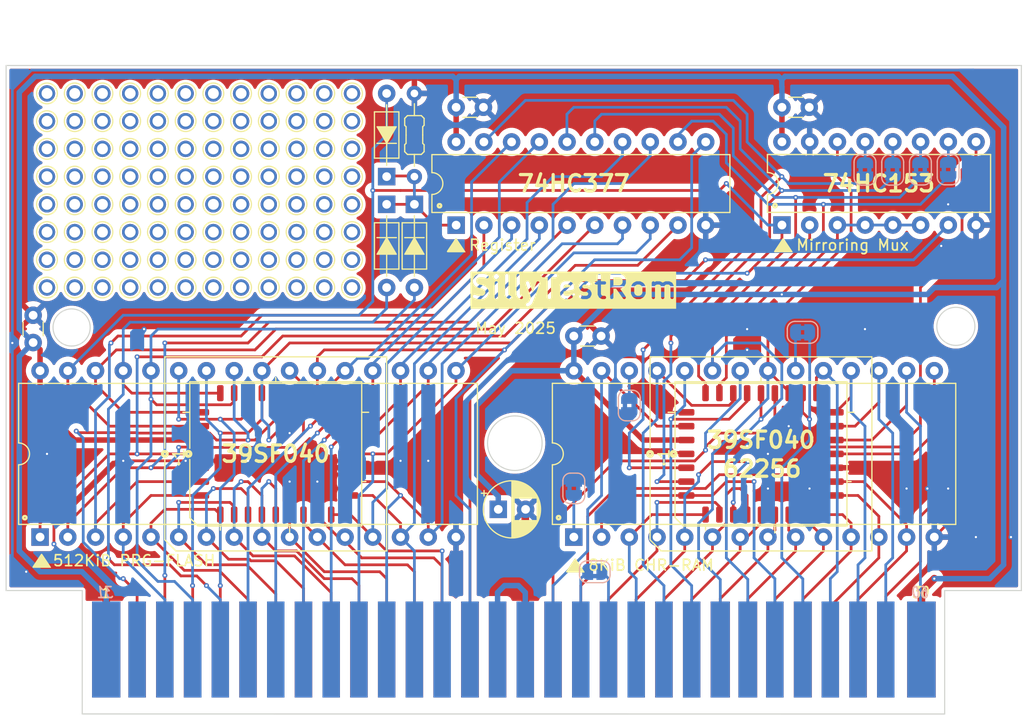
<source format=kicad_pcb>
(kicad_pcb (version 20241229) (generator "pcbnew") (generator_version "9.0")
  (title_block (comment 4 "AISLER Project ID: VZOPRJAU"))
  (layers (0 "F.Cu" signal) (2 "B.Cu" signal) (13 "F.Paste" user) (15 "B.Paste" user) (5 "F.SilkS" user "F.Silkscreen") (7 "B.SilkS" user "B.Silkscreen") (1 "F.Mask" user) (3 "B.Mask" user) (25 "Edge.Cuts" user))
  (net 0 "")
  (net 1 "/R~{W}")
  (net 2 "/~{pWR}")
  (net 3 "GND")
  (net 4 "/cA11")
  (net 5 "VCC")
  (net 6 "/~{pRD}")
  (net 7 "/pD0")
  (net 8 "/pD1")
  (net 9 "/pD2")
  (net 10 "/pD3")
  (net 11 "Net-(D1-K)")
  (net 12 "/cD7")
  (net 13 "/cD6")
  (net 14 "/cD5")
  (net 15 "/cD4")
  (net 16 "/cD3")
  (net 17 "/cD2")
  (net 18 "/cD1")
  (net 19 "/cD0")
  (net 20 "/~{ROMSEL}")
  (net 21 "/pA10")
  (net 22 "/pA11")
  (net 23 "Net-(J1-cAUDIO)")
  (net 24 "/pD7")
  (net 25 "/pD6")
  (net 26 "/pD5")
  (net 27 "/pD4")
  (net 28 "/pA13")
  (net 29 "/pA12")
  (net 30 "/pA7")
  (net 31 "/pA6")
  (net 32 "/pA5")
  (net 33 "/pA4")
  (net 34 "/pA3")
  (net 35 "/pA2")
  (net 36 "/pA1")
  (net 37 "/pA0")
  (net 38 "/pA9")
  (net 39 "/pA8")
  (net 40 "/cA14")
  (net 41 "/cA10")
  (net 42 "/cA9")
  (net 43 "/cA8")
  (net 44 "/cA7")
  (net 45 "/cA6")
  (net 46 "/cA5")
  (net 47 "/cA4")
  (net 48 "/cA3")
  (net 49 "/cA2")
  (net 50 "/cA1")
  (net 51 "/cA0")
  (net 52 "/ciA10")
  (net 53 "Net-(J1-ci~{CE})")
  (net 54 "/cA12")
  (net 55 "/cA13")
  (net 58 "Net-(J1-p~{A13})")
  (net 59 "/mirrorA")
  (net 60 "Net-(JP1-B)")
  (net 61 "/mirrorB")
  (net 62 "Net-(JP2-B)")
  (net 63 "/mirrorC")
  (net 64 "Net-(JP3-B)")
  (net 65 "Net-(JP4-B)")
  (net 66 "/mirrorD")
  (net 67 "Net-(JP5-B)")
  (net 68 "Net-(JP6-B)")
  (net 69 "/bank2")
  (net 70 "/bank3")
  (net 71 "/bank1")
  (net 72 "/bank0")
  (net 73 "Net-(JP7-A)")
  (net 74 "/~{prgOE}")
  (footprint "Library:TestPoint_THTPad_D1.5mm_Drill1mm" (layer "F.Cu") (at 55.88 53.34)
    (property "Reference" "TP80" (hide yes))
    (property "Value" "TestPoint" (hide yes))
  )
  (footprint "Library:TestPoint_THTPad_D1.5mm_Drill1mm" (layer "F.Cu") (at 43.18 35.56)
    (property "Reference" "TP33" (hide yes))
    (property "Value" "TestPoint" (hide yes))
  )
  (footprint "Library:TestPoint_THTPad_D1.5mm_Drill1mm" (layer "F.Cu") (at 40.64 45.72)
    (property "Reference" "TP29" (hide yes))
    (property "Value" "TestPoint" (hide yes))
  )
  (footprint "Library:TestPoint_THTPad_D1.5mm_Drill1mm" (layer "F.Cu") (at 58.42 40.64)
    (property "Reference" "TP84" (hide yes))
    (property "Value" "TestPoint" (hide yes))
  )
  (footprint "Library:TestPoint_THTPad_D1.5mm_Drill1mm" (layer "F.Cu") (at 35.56 40.64)
    (property "Reference" "TP11" (hide yes))
    (property "Value" "TestPoint" (hide yes))
  )
  (footprint "Library:TestPoint_THTPad_D1.5mm_Drill1mm" (layer "F.Cu") (at 38.1 48.26)
    (property "Reference" "TP22" (hide yes))
    (property "Value" "TestPoint" (hide yes))
  )
  (footprint "PCM_Package_DIP_AKL:DIP-20_W7.62mm" (layer "F.Cu") (at 70.5 47.625 90)
    (property "Reference" "U1" (hide yes))
    (property "Value" "74LS377" (hide yes))
  )
  (footprint "Library:TestPoint_THTPad_D1.5mm_Drill1mm" (layer "F.Cu") (at 55.88 40.64)
    (property "Reference" "TP75" (hide yes))
    (property "Value" "TestPoint" (hide yes))
  )
  (footprint "PCM_Diode_THT_AKL:D_DO-35_SOD27_P7.62mm_Horizontal" (layer "F.Cu") (at 64.135 45.72 -90)
    (property "Reference" "D1" (hide yes))
    (property "Value" "1N4148" (hide yes))
  )
  (footprint "Library:TestPoint_THTPad_D1.5mm_Drill1mm" (layer "F.Cu") (at 38.1 45.72)
    (property "Reference" "TP21" (hide yes))
    (property "Value" "TestPoint" (hide yes))
  )
  (footprint "Library:TestPoint_THTPad_D1.5mm_Drill1mm" (layer "F.Cu") (at 33.02 35.56)
    (property "Reference" "TP5" (hide yes))
    (property "Value" "TestPoint" (hide yes))
  )
  (footprint "Library:TestPoint_THTPad_D1.5mm_Drill1mm" (layer "F.Cu") (at 50.8 38.1)
    (property "Reference" "TP58" (hide yes))
    (property "Value" "TestPoint" (hide yes))
  )
  (footprint "Library:TestPoint_THTPad_D1.5mm_Drill1mm" (layer "F.Cu") (at 45.72 43.18)
    (property "Reference" "TP44" (hide yes))
    (property "Value" "TestPoint" (hide yes))
  )
  (footprint "Library:TestPoint_THTPad_D1.5mm_Drill1mm" (layer "F.Cu") (at 35.56 48.26)
    (property "Reference" "TP14" (hide yes))
    (property "Value" "TestPoint" (hide yes))
  )
  (footprint "Library:TestPoint_THTPad_D1.5mm_Drill1mm" (layer "F.Cu") (at 48.26 50.8)
    (property "Reference" "TP55" (hide yes))
    (property "Value" "TestPoint" (hide yes))
  )
  (footprint "Library:TestPoint_THTPad_D1.5mm_Drill1mm" (layer "F.Cu") (at 48.26 35.56)
    (property "Reference" "TP49" (hide yes))
    (property "Value" "TestPoint" (hide yes))
  )
  (footprint "Library:TestPoint_THTPad_D1.5mm_Drill1mm" (layer "F.Cu") (at 60.96 53.34)
    (property "Reference" "TP90" (hide yes))
    (property "Value" "TestPoint" (hide yes))
  )
  (footprint "Library:TestPoint_THTPad_D1.5mm_Drill1mm" (layer "F.Cu") (at 55.88 45.72)
    (property "Reference" "TP77" (hide yes))
    (property "Value" "TestPoint" (hide yes))
  )
  (footprint "Library:TestPoint_THTPad_D1.5mm_Drill1mm" (layer "F.Cu") (at 43.18 45.72)
    (property "Reference" "TP37" (hide yes))
    (property "Value" "TestPoint" (hide yes))
  )
  (footprint "Library:TestPoint_THTPad_D1.5mm_Drill1mm" (layer "F.Cu") (at 38.1 38.1)
    (property "Reference" "TP18" (hide yes))
    (property "Value" "TestPoint" (hide yes))
  )
  (footprint "Library:TestPoint_THTPad_D1.5mm_Drill1mm" (layer "F.Cu") (at 58.42 35.56)
    (property "Reference" "TP81" (hide yes))
    (property "Value" "TestPoint" (hide yes))
  )
  (footprint "Library:TestPoint_THTPad_D1.5mm_Drill1mm" (layer "F.Cu") (at 38.1 50.8)
    (property "Reference" "TP23" (hide yes))
    (property "Value" "TestPoint" (hide yes))
  )
  (footprint "Library:TestPoint_THTPad_D1.5mm_Drill1mm" (layer "F.Cu") (at 60.96 35.56)
    (property "Reference" "TP89" (hide yes))
    (property "Value" "TestPoint" (hide yes))
  )
  (footprint "Capacitor_THT:C_Disc_D3.0mm_W1.6mm_P2.50mm" (layer "F.Cu") (at 31.75 55.88 -90)
    (property "Reference" "C2" (hide yes))
    (property "Value" "C_Small")
  )
  (footprint "Library:TestPoint_THTPad_D1.5mm_Drill1mm" (layer "F.Cu") (at 48.26 43.18)
    (property "Reference" "TP52" (hide yes))
    (property "Value" "TestPoint" (hide yes))
  )
  (footprint "Library:TestPoint_THTPad_D1.5mm_Drill1mm" (layer "F.Cu") (at 50.8 40.64)
    (property "Reference" "TP59" (hide yes))
    (property "Value" "TestPoint" (hide yes))
  )
  (footprint "Library:TestPoint_THTPad_D1.5mm_Drill1mm" (layer "F.Cu") (at 53.34 53.34)
    (property "Reference" "TP72" (hide yes))
    (property "Value" "TestPoint" (hide yes))
  )
  (footprint "Library:TestPoint_THTPad_D1.5mm_Drill1mm" (layer "F.Cu") (at 53.34 43.18)
    (property "Reference" "TP68" (hide yes))
    (property "Value" "TestPoint" (hide yes))
  )
  (footprint "Library:TestPoint_THTPad_D1.5mm_Drill1mm" (layer "F.Cu") (at 58.42 48.26)
    (property "Reference" "TP88" (hide yes))
    (property "Value" "TestPoint" (hide yes))
  )
  (footprint "Library:TestPoint_THTPad_D1.5mm_Drill1mm" (layer "F.Cu") (at 58.42 50.8)
    (property "Reference" "TP85" (hide yes))
    (property "Value" "TestPoint" (hide yes))
  )
  (footprint "Library:TestPoint_THTPad_D1.5mm_Drill1mm" (layer "F.Cu") (at 35.56 43.18)
    (property "Reference" "TP12" (hide yes))
    (property "Value" "TestPoint" (hide yes))
  )
  (footprint "Library:TestPoint_THTPad_D1.5mm_Drill1mm" (layer "F.Cu") (at 38.1 43.18)
    (property "Reference" "TP20" (hide yes))
    (property "Value" "TestPoint" (hide yes))
  )
  (footprint "Library:TestPoint_THTPad_D1.5mm_Drill1mm" (layer "F.Cu") (at 43.18 50.8)
    (property "Reference" "TP39" (hide yes))
    (property "Value" "TestPoint" (hide yes))
  )
  (footprint "PCM_Diode_THT_AKL:D_DO-35_SOD27_P7.62mm_Horizontal" (layer "F.Cu") (at 66.675 45.72 -90)
    (property "Reference" "D3" (hide yes))
    (property "Value" "1N4148" (hide yes))
  )
  (footprint "Library:TestPoint_THTPad_D1.5mm_Drill1mm" (layer "F.Cu") (at 35.56 38.1)
    (property "Reference" "TP10" (hide yes))
    (property "Value" "TestPoint" (hide yes))
  )
  (footprint "Library:TestPoint_THTPad_D1.5mm_Drill1mm" (layer "F.Cu") (at 40.64 40.64)
    (property "Reference" "TP27" (hide yes))
    (property "Value" "TestPoint" (hide yes))
  )
  (footprint "Library:TestPoint_THTPad_D1.5mm_Drill1mm" (layer "F.Cu") (at 40.64 35.56)
    (property "Reference" "TP25" (hide yes))
    (property "Value" "TestPoint" (hide yes))
  )
  (footprint "Library:TestPoint_THTPad_D1.5mm_Drill1mm" (layer "F.Cu") (at 50.8 48.26)
    (property "Reference" "TP62" (hide yes))
    (property "Value" "TestPoint" (hide yes))
  )
  (footprint "Library:TestPoint_THTPad_D1.5mm_Drill1mm" (layer "F.Cu") (at 50.8 35.56)
    (property "Reference" "TP57" (hide yes))
    (property "Value" "TestPoint" (hide yes))
  )
  (footprint "Library:TestPoint_THTPad_D1.5mm_Drill1mm" (layer "F.Cu") (at 55.88 48.26)
    (property "Reference" "TP78" (hide yes))
    (property "Value" "TestPoint" (hide yes))
  )
  (footprint "Library:TestPoint_THTPad_D1.5mm_Drill1mm" (layer "F.Cu") (at 50.8 45.72)
    (property "Reference" "TP61" (hide yes))
    (property "Value" "TestPoint" (hide yes))
  )
  (footprint "Library:TestPoint_THTPad_D1.5mm_Drill1mm" (layer "F.Cu") (at 53.34 35.56)
    (property "Reference" "TP65" (hide yes))
    (property "Value" "TestPoint" (hide yes))
  )
  (footprint "Library:TestPoint_THTPad_D1.5mm_Drill1mm" (layer "F.Cu") (at 38.1 40.64)
    (property "Reference" "TP19" (hide yes))
    (property "Value" "TestPoint" (hide yes))
  )
  (footprint "PCM_Package_LCC_AKL:PLCC-32_SMD-Socket" (layer "F.Cu") (at 98.425 68.58 90)
    (property "Reference" "U6" (hide yes))
    (property "Value" "SST39SF040" (hide yes))
  )
  (footprint "Capacitor_THT:C_Disc_D3.0mm_W1.6mm_P2.50mm" (layer "F.Cu") (at 73 36.83 180)
    (property "Reference" "C1" (hide yes))
    (property "Value" "C_Small")
  )
  (footprint "Library:TestPoint_THTPad_D1.5mm_Drill1mm" (layer "F.Cu") (at 48.26 45.72)
    (property "Reference" "TP53" (hide yes))
    (property "Value" "TestPoint" (hide yes))
  )
  (footprint "Library:TestPoint_THTPad_D1.5mm_Drill1mm" (layer "F.Cu") (at 48.26 53.34)
    (property "Reference" "TP56" (hide yes))
    (property "Value" "TestPoint" (hide yes))
  )
  (footprint "PCM_Diode_THT_AKL:D_DO-35_SOD27_P7.62mm_Horizontal" (layer "F.Cu") (at 64.135 43.18 90)
    (property "Reference" "D2" (hide yes))
    (property "Value" "1N4148" (hide yes))
  )
  (footprint "Library:TestPoint_THTPad_D1.5mm_Drill1mm" (layer "F.Cu") (at 38.1 35.56)
    (property "Reference" "TP17" (hide yes))
    (property "Value" "TestPoint" (hide yes))
  )
  (footprint "Library:TestPoint_THTPad_D1.5mm_Drill1mm" (layer "F.Cu") (at 58.42 53.34)
    (property "Reference" "TP87" (hide yes))
    (property "Value" "TestPoint" (hide yes))
  )
  (footprint "Library:TestPoint_THTPad_D1.5mm_Drill1mm" (layer "F.Cu") (at 55.88 38.1)
    (property "Reference" "TP74" (hide yes))
    (property "Value" "TestPoint" (hide yes))
  )
  (footprint "Library:TestPoint_THTPad_D1.5mm_Drill1mm" (layer "F.Cu") (at 33.02 53.34)
    (property "Reference" "TP6" (hide yes))
    (property "Value" "TestPoint" (hide yes))
  )
  (footprint "Library:TestPoint_THTPad_D1.5mm_Drill1mm" (layer "F.Cu") (at 53.34 40.64)
    (property "Reference" "TP67" (hide yes))
    (property "Value" "TestPoint" (hide yes))
  )
  (footprint "Library:TestPoint_THTPad_D1.5mm_Drill1mm" (layer "F.Cu") (at 40.64 38.1)
    (property "Reference" "TP26" (hide yes))
    (property "Value" "TestPoint" (hide yes))
  )
  (footprint "Library:TestPoint_THTPad_D1.5mm_Drill1mm" (layer "F.Cu") (at 40.64 48.26)
    (property "Reference" "TP30" (hide yes))
    (property "Value" "TestPoint" (hide yes))
  )
  (footprint "Capacitor_THT:C_Disc_D3.0mm_W1.6mm_P2.50mm" (layer "F.Cu") (at 102.845 36.83 180)
    (property "Reference" "C4" (hide yes))
    (property "Value" "C_Small")
  )
  (footprint "Capacitor_THT:C_Disc_D3.0mm_W1.6mm_P2.50mm" (layer "F.Cu") (at 83.78 57.785 180)
    (property "Reference" "C3" (hide yes))
    (property "Value" "C_Small")
  )
  (footprint "Library:TestPoint_THTPad_D1.5mm_Drill1mm" (layer "F.Cu") (at 35.56 53.34)
    (property "Reference" "TP16" (hide yes))
    (property "Value" "TestPoint" (hide yes))
  )
  (footprint "Library:TestPoint_THTPad_D1.5mm_Drill1mm" (layer "F.Cu") (at 60.96 45.72)
    (property "Reference" "TP92" (hide yes))
    (property "Value" "TestPoint" (hide yes))
  )
  (footprint "Library:TestPoint_THTPad_D1.5mm_Drill1mm" (layer "F.Cu") (at 55.88 43.18)
    (property "Reference" "TP76" (hide yes))
    (property "Value" "TestPoint" (hide yes))
  )
  (footprint "Library:TestPoint_THTPad_D1.5mm_Drill1mm" (layer "F.Cu") (at 43.18 40.64)
    (property "Reference" "TP35" (hide yes))
    (property "Value" "TestPoint" (hide yes))
  )
  (footprint "Library:TestPoint_THTPad_D1.5mm_Drill1mm" (layer "F.Cu") (at 38.1 53.34)
    (property "Reference" "TP24" (hide yes))
    (property "Value" "TestPoint" (hide yes))
  )
  (footprint "Library:TestPoint_THTPad_D1.5mm_Drill1mm" (layer "F.Cu") (at 33.02 40.64)
    (property "Reference" "TP2" (hide yes))
    (property "Value" "TestPoint" (hide yes))
  )
  (footprint "Capacitor_THT:CP_Radial_D5.0mm_P2.50mm" (layer "F.Cu") (at 74.359888 73.66)
    (property "Reference" "C5" (hide yes))
    (property "Value" "C_Polarized_Small")
  )
  (footprint "Library:TestPoint_THTPad_D1.5mm_Drill1mm" (layer "F.Cu") (at 43.18 53.34)
    (property "Reference" "TP40" (hide yes))
    (property "Value" "TestPoint" (hide yes))
  )
  (footprint "Library:TestPoint_THTPad_D1.5mm_Drill1mm" (layer "F.Cu") (at 58.42 38.1)
    (property "Reference" "TP82" (hide yes))
    (property "Value" "TestPoint" (hide yes))
  )
  (footprint "PCM_Resistor_THT_AKL:R_Axial_DIN0204_L3.6mm_D1.6mm_P7.62mm_Horizontal" (layer "F.Cu") (at 66.675 43.18 90)
    (property "Reference" "R1" (hide yes))
    (property "Value" "R_Small" (hide yes))
  )
  (footprint "PCM_Package_DIP_AKL:DIP-16_W7.62mm" (layer "F.Cu") (at 100.345 47.615 90)
    (property "Reference" "U2" (hide yes))
    (property "Value" "74LS153" (hide yes))
  )
  (footprint "Library:TestPoint_THTPad_D1.5mm_Drill1mm" (layer "F.Cu") (at 43.18 38.1)
    (property "Reference" "TP34" (hide yes))
    (property "Value" "TestPoint" (hide yes))
  )
  (footprint "Library:TestPoint_THTPad_D1.5mm_Drill1mm" (layer "F.Cu") (at 43.18 43.18)
    (property "Reference" "TP36" (hide yes))
    (property "Value" "TestPoint" (hide yes))
  )
  (footprint "Library:TestPoint_THTPad_D1.5mm_Drill1mm" (layer "F.Cu") (at 33.02 43.18)
    (property "Reference" "TP3" (hide yes))
    (property "Value" "TestPoint" (hide yes))
  )
  (footprint "Library:TestPoint_THTPad_D1.5mm_Drill1mm" (layer "F.Cu") (at 60.96 38.1)
    (property "Reference" "TP96" (hide yes))
    (property "Value" "TestPoint" (hide yes))
  )
  (footprint "Library:TestPoint_THTPad_D1.5mm_Drill1mm" (layer "F.Cu") (at 45.72 48.26)
    (property "Reference" "TP46" (hide yes))
    (property "Value" "TestPoint" (hide yes))
  )
  (footprint "Library:TestPoint_THTPad_D1.5mm_Drill1mm" (layer "F.Cu") (at 58.42 43.18)
    (property "Reference" "TP83" (hide yes))
    (property "Value" "TestPoint" (hide yes))
  )
  (footprint "Library:TestPoint_THTPad_D1.5mm_Drill1mm" (layer "F.Cu") (at 60.96 40.64)
    (property "Reference" "TP95" (hide yes))
    (property "Value" "TestPoint" (hide yes))
  )
  (footprint "Library:TestPoint_THTPad_D1.5mm_Drill1mm" (layer "F.Cu") (at 48.26 38.1)
    (property "Reference" "TP50" (hide yes))
    (property "Value" "TestPoint" (hide yes))
  )
  (footprint "Library:TestPoint_THTPad_D1.5mm_Drill1mm" (layer "F.Cu") (at 48.26 48.26)
    (property "Reference" "TP54" (hide yes))
    (property "Value" "TestPoint" (hide yes))
  )
  (footprint "Library:TestPoint_THTPad_D1.5mm_Drill1mm" (layer "F.Cu") (at 60.96 50.8)
    (property "Reference" "TP91" (hide yes))
    (property "Value" "TestPoint" (hide yes))
  )
  (footprint "Library:TestPoint_THTPad_D1.5mm_Drill1mm" (layer "F.Cu") (at 35.56 45.72)
    (property "Reference" "TP13" (hide yes))
    (property "Value" "TestPoint" (hide yes))
  )
  (footprint "famicom:Famicom Cartridge Edge Connector (long legs)" (layer "F.Cu") (at 36.575 81.1)
    (property "Reference" "J1" (hide yes))
    (property "Value" "Famicom_Cartridge_Edge" (hide yes))
  )
  (footprint "PCM_Package_DIP_AKL:DIP-28_W15.24mm" (layer "F.Cu") (at 81.28 76.2 90)
    (property "Reference" "U4" (hide yes))
    (property "Value" "CY62256-70PC" (hide yes))
  )
  (footprint "Library:TestPoint_THTPad_D1.5mm_Drill1mm" (layer "F.Cu") (at 53.34 50.8)
    (property "Reference" "TP71" (hide yes))
    (property "Value" "TestPoint" (hide yes))
  )
  (footprint "Library:TestPoint_THTPad_D1.5mm_Drill1mm" (layer "F.Cu") (at 45.72 53.34)
    (property "Reference" "TP48" (hide yes))
    (property "Value" "TestPoint" (hide yes))
  )
  (footprint "Library:TestPoint_THTPad_D1.5mm_Drill1mm" (layer "F.Cu") (at 35.56 50.8)
    (property "Reference" "TP15" (hide yes))
    (property "Value" "TestPoint" (hide yes))
  )
  (footprint "Library:TestPoint_THTPad_D1.5mm_Drill1mm" (layer "F.Cu") (at 53.34 38.1)
    (property "Reference" "TP66" (hide yes))
    (property "Value" "TestPoint" (hide yes))
  )
  (footprint "Library:TestPoint_THTPad_D1.5mm_Drill1mm" (layer "F.Cu") (at 45.72 45.72)
    (property "Reference" "TP45" (hide yes))
    (property "Value" "TestPoint" (hide yes))
  )
  (footprint "Library:TestPoint_THTPad_D1.5mm_Drill1mm" (layer "F.Cu") (at 60.96 48.26)
    (property "Reference" "TP93" (hide yes))
    (property "Value" "TestPoint" (hide yes))
  )
  (footprint "Library:TestPoint_THTPad_D1.5mm_Drill1mm" (layer "F.Cu") (at 45.72 50.8)
    (property "Reference" "TP47" (hide yes))
    (property "Value" "TestPoint" (hide yes))
  )
  (footprint "Library:TestPoint_THTPad_D1.5mm_Drill1mm" (layer "F.Cu") (at 60.96 43.18)
    (property "Reference" "TP94" (hide yes))
    (property "Value" "TestPoint" (hide yes))
  )
  (footprint "Library:TestPoint_THTPad_D1.5mm_Drill1mm" (layer "F.Cu") (at 48.26 40.64)
    (property "Reference" "TP51" (hide yes))
    (property "Value" "TestPoint" (hide yes))
  )
  (footprint "PCM_Package_LCC_AKL:PLCC-32_SMD-Socket" (layer "F.Cu") (at 53.975 68.58 90)
    (property "Reference" "U3" (hide yes))
    (property "Value" "SST39SF040" (hide yes))
  )
  (footprint "Library:TestPoint_THTPad_D1.5mm_Drill1mm" (layer "F.Cu") (at 35.56 35.56)
    (property "Reference" "TP9" (hide yes))
    (property "Value" "TestPoint" (hide yes))
  )
  (footprint "Library:TestPoint_THTPad_D1.5mm_Drill1mm" (layer "F.Cu") (at 33.02 45.72)
    (property "Reference" "TP7" (hide yes))
    (property "Value" "TestPoint" (hide yes))
  )
  (footprint "Library:TestPoint_THTPad_D1.5mm_Drill1mm" (layer "F.Cu") (at 45.72 35.56)
    (property "Reference" "TP41" (hide yes))
    (property "Value" "TestPoint" (hide yes))
  )
  (footprint "Library:TestPoint_THTPad_D1.5mm_Drill1mm" (layer "F.Cu") (at 50.8 43.18)
    (property "Reference" "TP60" (hide yes))
    (property "Value" "TestPoint" (hide yes))
  )
  (footprint "Library:TestPoint_THTPad_D1.5mm_Drill1mm" (layer "F.Cu") (at 40.64 50.8)
    (property "Reference" "TP31" (hide yes))
    (property "Value" "TestPoint" (hide yes))
  )
  (footprint "Library:TestPoint_THTPad_D1.5mm_Drill1mm" (layer "F.Cu") (at 45.72 38.1)
    (property "Reference" "TP42" (hide yes))
    (property "Value" "TestPoint" (hide yes))
  )
  (footprint "Library:TestPoint_THTPad_D1.5mm_Drill1mm" (layer "F.Cu") (at 45.72 40.64)
    (property "Reference" "TP43" (hide yes))
    (property "Value" "TestPoint" (hide yes))
  )
  (footprint "Library:TestPoint_THTPad_D1.5mm_Drill1mm" (layer "F.Cu") (at 43.18 48.26)
    (property "Reference" "TP38" (hide yes))
    (property "Value" "TestPoint" (hide yes))
  )
  (footprint "Library:TestPoint_THTPad_D1.5mm_Drill1mm" (layer "F.Cu") (at 55.88 50.8)
    (property "Reference" "TP79" (hide yes))
    (property "Value" "TestPoint" (hide yes))
  )
  (footprint "Library:TestPoint_THTPad_D1.5mm_Drill1mm" (layer "F.Cu") (at 53.34 45.72)
    (property "Reference" "TP69" (hide yes))
    (property "Value" "TestPoint" (hide yes))
  )
  (footprint "Library:TestPoint_THTPad_D1.5mm_Drill1mm" (layer "F.Cu") (at 53.34 48.26)
    (property "Reference" "TP70" (hide yes))
    (property "Value" "TestPoint" (hide yes))
  )
  (footprint "Library:TestPoint_THTPad_D1.5mm_Drill1mm" (layer "F.Cu") (at 33.02 48.26)
    (property "Reference" "TP4" (hide yes))
    (property "Value" "TestPoint" (hide yes))
  )
  (footprint "Library:TestPoint_THTPad_D1.5mm_Drill1mm" (layer "F.Cu") (at 33.02 38.1)
    (property "Reference" "TP1" (hide yes))
    (property "Value" "TestPoint" (hide yes))
  )
  (footprint "Library:TestPoint_THTPad_D1.5mm_Drill1mm" (layer "F.Cu") (at 55.88 35.56)
    (property "Reference" "TP73" (hide yes))
    (property "Value" "TestPoint" (hide yes))
  )
  (footprint "Library:TestPoint_THTPad_D1.5mm_Drill1mm" (layer "F.Cu") (at 40.64 53.34)
    (property "Reference" "TP32" (hide yes))
    (property "Value" "TestPoint" (hide yes))
  )
  (footprint "Library:TestPoint_THTPad_D1.5mm_Drill1mm" (layer "F.Cu") (at 58.42 45.72)
    (property "Reference" "TP86" (hide yes))
    (property "Value" "TestPoint" (hide yes))
  )
  (footprint "Library:TestPoint_THTPad_D1.5mm_Drill1mm" (layer "F.Cu") (at 50.8 50.8)
    (property "Reference" "TP63" (hide yes))
    (property "Value" "TestPoint" (hide yes))
  )
  (footprint "Library:TestPoint_THTPad_D1.5mm_Drill1mm" (layer "F.Cu") (at 33.02 50.8)
    (property "Reference" "TP8" (hide yes))
    (property "Value" "TestPoint" (hide yes))
  )
  (footprint "Library:TestPoint_THTPad_D1.5mm_Drill1mm" (layer "F.Cu") (at 50.8 53.34)
    (property "Reference" "TP64" (hide yes))
    (property "Value" "TestPoint" (hide yes))
  )
  (footprint "Library:TestPoint_THTPad_D1.5mm_Drill1mm" (layer "F.Cu") (at 40.64 43.18)
    (property "Reference" "TP28" (hide yes))
    (property "Value" "TestPoint" (hide yes))
  )
  (footprint "PCM_Package_DIP_AKL:DIP-32_W15.24mm" (layer "F.Cu") (at 32.385 76.2 90)
    (property "Reference" "U5" (hide yes))
    (property "Value" "SST39SF040" (hide yes))
  )
  (footprint "Jumper:SolderJumper-2_P1.3mm_Bridged2Bar_RoundedPad1.0x1.5mm" (layer "B.Cu") (at 110.49 42.56 90)
    (property "Reference" "JP3" (hide yes))
    (property "Value" "SolderJumper_2_Bridged" (hide yes))
  )
  (footprint "Jumper:SolderJumper-2_P1.3mm_Bridged2Bar_RoundedPad1.0x1.5mm" (layer "B.Cu") (at 115.57 42.53 90)
    (property "Reference" "JP1" (hide yes))
    (property "Value" "SolderJumper_2_Bridged" (hide yes))
  )
  (footprint "Jumper:SolderJumper-2_P1.3mm_Bridged2Bar_RoundedPad1.0x1.5mm" (layer "B.Cu") (at 83.2 79.375)
    (property "Reference" "JP8" (hide yes))
    (property "Value" "SolderJumper_2_Bridged")
  )
  (footprint "Jumper:SolderJumper-2_P1.3mm_Bridged2Bar_RoundedPad1.0x1.5mm" (layer "B.Cu") (at 81.28 71.74 -90)
    (property "Reference" "JP6" (hide yes))
    (property "Value" "SolderJumper_2_Bridged")
  )
  (footprint "Jumper:SolderJumper-2_P1.3mm_Bridged2Bar_RoundedPad1.0x1.5mm" (layer "B.Cu") (at 113.03 42.545 90)
    (property "Reference" "JP2" (hide yes))
    (property "Value" "SolderJumper_2_Bridged" (hide yes))
  )
  (footprint "Jumper:SolderJumper-2_P1.3mm_Bridged2Bar_RoundedPad1.0x1.5mm" (layer "B.Cu") (at 107.95 42.56 90)
    (property "Reference" "JP4" (hide yes))
    (property "Value" "SolderJumper_2_Bridged")
  )
  (footprint "Jumper:SolderJumper-2_P1.3mm_Bridged2Bar_RoundedPad1.0x1.5mm" (layer "B.Cu") (at 102.235 57.4444)
    (property "Reference" "JP7" (hide yes))
    (property "Value" "SolderJumper_2_Bridged")
  )
  (footprint "Jumper:SolderJumper-2_P1.3mm_Bridged2Bar_RoundedPad1.0x1.5mm" (layer "B.Cu") (at 86.36 64.15 90)
    (property "Reference" "JP5" (hide yes))
    (property "Value" "SolderJumper_2_Bridged")
  )
  (gr_poly (pts (xy 70.485 48.895) (xy 71.247 50.038) (xy 69.723 50.038)) (stroke (width 0.15)) (fill yes) (layer "F.SilkS"))
  (gr_poly (pts (xy 32.525 77.800651) (xy 33.287 78.943651) (xy 31.763 78.943651)) (stroke (width 0.15)) (fill yes) (layer "F.SilkS"))
  (gr_poly (pts (xy 81.407 78.232) (xy 82.169 79.375) (xy 80.645 79.375)) (stroke (width 0.15)) (fill yes) (layer "F.SilkS"))
  (gr_poly (pts (xy 100.457 48.895) (xy 101.219 50.038) (xy 99.695 50.038)) (stroke (width 0.15)) (fill yes) (layer "F.SilkS"))
  (gr_line (start 122.275 33) (end 122.275 81.1) (stroke (width 0.1)) (layer "Edge.Cuts"))
  (gr_line (start 29.275 81.1) (end 29.275 33) (stroke (width 0.1)) (layer "Edge.Cuts"))
  (gr_line (start 115.25 92.4052) (end 36.25 92.4) (stroke (width 0.1)) (layer "Edge.Cuts"))
  (gr_circle (center 75.875 67.6) (end 78.375 67.6) (stroke (width 0.1)) (fill no) (layer "Edge.Cuts"))
  (gr_line (start 122.275 33) (end 29.275 33) (stroke (width 0.1)) (layer "Edge.Cuts"))
  (gr_line (start 115.25 81.1) (end 115.25 92.4052) (stroke (width 0.1)) (layer "Edge.Cuts"))
  (gr_line (start 122.275 81.1) (end 115.25 81.1) (stroke (width 0.1)) (layer "Edge.Cuts"))
  (gr_circle (center 35.275 57) (end 36.97 57.15) (stroke (width 0.1)) (fill no) (layer "Edge.Cuts"))
  (gr_line (start 36.25 81.1) (end 29.275 81.1) (stroke (width 0.1)) (layer "Edge.Cuts"))
  (gr_line (start 36.25 92.4) (end 36.25 81.1) (stroke (width 0.1)) (layer "Edge.Cuts"))
  (gr_circle (center 116.275 56.896) (end 115.71 55.245) (stroke (width 0.1)) (fill no) (layer "Edge.Cuts"))
  (gr_text "39SF040" (at 53.975 68.58 0) (layer "F.SilkS") (effects (font (size 1.5 1.5) (thickness 0.3) (bold yes))))
  (gr_text "62256" (at 98.524082 69.946913 0) (layer "F.SilkS") (effects (font (size 1.5 1.5) (thickness 0.3) (bold yes))))
  (gr_text "1" (at 38.367 81.28 0) (layer "F.SilkS") (effects (font (size 1 0.8) (thickness 0.15) (italic yes))))
  (gr_text "Register" (at 71.595 50.038 0) (layer "F.SilkS") (effects (font (size 1 1)) (justify left bottom)))
  (gr_text "Mirroring Mux" (at 101.567 50.038 0) (layer "F.SilkS") (effects (font (size 1 1)) (justify left bottom)))
  (gr_text "74HC377" (at 81.28 43.815 0) (layer "F.SilkS") (effects (font (size 1.5 1.5) (thickness 0.3) (bold yes))))
  (gr_text "74HC153" (at 109.22 43.815 0) (layer "F.SilkS") (effects (font (size 1.5 1.5) (thickness 0.3) (bold yes))))
  (gr_text "39SF040" (at 98.425 67.31 0) (layer "F.SilkS") (effects (font (size 1.5 1.5) (thickness 0.3) (bold yes))))
  (gr_text "30\n" (at 113.043 81.28 0) (layer "F.SilkS") (effects (font (size 1 0.8) (thickness 0.15) (italic yes))))
  (gr_text "512KiB PRG-FLASH" (at 33.475 78.943651 0) (layer "F.SilkS") (effects (font (size 1 1)) (justify left bottom)))
  (gr_text "May 2025" (at 75.946 57.658 0) (layer "F.SilkS") (effects (font (size 1 1)) (justify bottom)))
  (gr_text "SillyTestRom" (at 81.28 53.34 0) (layer "F.SilkS" knockout) (effects (font (size 2 2) (thickness 0.3) (bold yes))))
  (gr_text "8KiB CHR-RAM" (at 82.517 79.357 0) (layer "F.SilkS") (effects (font (size 1 1)) (justify left bottom)))
  (gr_text "60" (at 113.040952 81.28 0) (layer "B.SilkS") (effects (font (size 1 0.8) (thickness 0.15) (italic yes)) (justify mirror)))
  (gr_text "31\n" (at 38.364952 81.28 0) (layer "B.SilkS") (effects (font (size 1 0.8) (thickness 0.15) (italic yes)) (justify mirror)))
  (segment (start 47.1375 66.04) (end 38.735 66.04) (width 0.25) (layer "F.Cu") (net 1))
  (segment (start 100.345 48.88) (end 100.345 47.615) (width 0.25) (layer "F.Cu") (net 1))
  (segment (start 65.405 44.45) (end 94.615 44.45) (width 0.25) (layer "F.Cu") (net 1))
  (segment (start 38.735 66.04) (end 34.925 62.23) (width 0.25) (layer "F.Cu") (net 1))
  (segment (start 97.155 52.03) (end 97.195 52.03) (width 0.25) (layer "F.Cu") (net 1))
  (segment (start 71.765 63.49) (end 81.28 53.975) (width 0.25) (layer "F.Cu") (net 1))
  (segment (start 71.765 86.5) (end 71.765 63.49) (width 0.25) (layer "F.Cu") (net 1))
  (segment (start 94.615 44.45) (end 95.25 43.815) (width 0.25) (layer "F.Cu") (net 1))
  (segment (start 34.925 62.23) (end 34.925 60.96) (width 0.25) (layer "F.Cu") (net 1))
  (segment (start 65.405 44.45) (end 62.865 44.45) (width 0.25) (layer "F.Cu") (net 1))
  (segment (start 97.195 52.03) (end 100.345 48.88) (width 0.25) (layer "F.Cu") (net 1))
  (via (at 81.28 53.975) (size 0.45) (drill 0.2) (layers "F.Cu" "B.Cu") (net 1))
  (via (at 95.25 43.815) (size 0.45) (drill 0.2) (layers "F.Cu" "B.Cu") (net 1))
  (via (at 97.155 52.03) (size 0.45) (drill 0.2) (layers "F.Cu" "B.Cu") (net 1))
  (via (at 62.865 44.45) (size 0.45) (drill 0.2) (layers "F.Cu" "B.Cu") (net 1))
  (segment (start 34.925 60.96) (end 40.005 55.88) (width 0.25) (layer "B.Cu") (net 1))
  (segment (start 64.135 39.37) (end 64.135 35.56) (width 0.25) (layer "B.Cu") (net 1))
  (segment (start 99.05 47.615) (end 95.25 43.815) (width 0.25) (layer "B.Cu") (net 1))
  (segment (start 62.865 54.61) (end 62.865 44.45) (width 0.25) (layer "B.Cu") (net 1))
  (segment (start 61.595 55.88) (end 62.865 54.61) (width 0.25) (layer "B.Cu") (net 1))
  (segment (start 100.345 47.615) (end 99.05 47.615) (width 0.25) (layer "B.Cu") (net 1))
  (segment (start 40.005 55.88) (end 61.595 55.88) (width 0.25) (layer "B.Cu") (net 1))
  (segment (start 62.865 40.64) (end 64.135 39.37) (width 0.25) (layer "B.Cu") (net 1))
  (segment (start 83.225 52.03) (end 81.28 53.975) (width 0.25) (layer "B.Cu") (net 1))
  (segment (start 62.865 44.45) (end 62.865 40.64) (width 0.25) (layer "B.Cu") (net 1))
  (segment (start 97.155 52.03) (end 83.225 52.03) (width 0.25) (layer "B.Cu") (net 1))
  (segment (start 88.9 66.04) (end 91.5875 66.04) (width 0.25) (layer "F.Cu") (net 2))
  (segment (start 83.82 60.96) (end 88.9 66.04) (width 0.25) (layer "F.Cu") (net 2))
  (segment (start 82.55 77.47) (end 79.375 80.645) (width 0.25) (layer "B.Cu") (net 2))
  (segment (start 82.55 73.66) (end 82.55 77.47) (width 0.25) (layer "B.Cu") (net 2))
  (segment (start 79.375 80.645) (end 79.375 86.5) (width 0.25) (layer "B.Cu") (net 2))
  (segment (start 83.82 60.96) (end 83.82 72.39) (width 0.25) (layer "B.Cu") (net 2))
  (segment (start 83.82 72.39) (end 82.55 73.66) (width 0.25) (layer "B.Cu") (net 2))
  (segment (start 45.72 69.215) (end 51.435 69.215) (width 0.25) (layer "F.Cu") (net 3))
  (segment (start 38.445 86.5) (end 38.445 80.99) (width 0.7) (layer "F.Cu") (net 3))
  (segment (start 33.655 76.835) (end 33.655 74.93) (width 0.25) (layer "F.Cu") (net 3))
  (segment (start 115.57 71.755) (end 115.57 74.93) (width 0.25) (layer "F.Cu") (net 3))
  (segment (start 85.685 59.69) (end 83.78 57.785) (width 0.25) (layer "F.Cu") (net 3))
  (segment (start 121.325 76.2) (end 114.3 76.2) (width 0.25) (layer "F.Cu") (net 3))
  (segment (start 58.42 69.85) (end 60.8125 69.85) (width 0.25) (layer "F.Cu") (net 3))
  (segment (start 113.665 71.755) (end 111.76 71.755) (width 0.25) (layer "F.Cu") (net 3))
  (segment (start 39.37 69.215) (end 40.005 69.215) (width 0.25) (layer "F.Cu") (net 3))
  (segment (start 70.485 76.2) (end 70.485 74.93) (width 0.25) (layer "F.Cu") (net 3))
  (segment (start 51.435 69.215) (end 57.785 69.215) (width 0.25) (layer "F.Cu") (net 3))
  (segment (start 89.535 64.77) (end 87.63 62.865) (width 0.25) (layer "F.Cu") (net 3))
  (segment (start 91.5875 64.77) (end 89.535 64.77) (width 0.25) (layer "F.Cu") (net 3))
  (segment (start 115.57 74.93) (end 114.3 76.2) (width 0.25) (layer "F.Cu") (net 3))
  (segment (start 29.845 58.42) (end 29.845 57.785) (width 0.25) (layer "F.Cu") (net 3))
  (segment (start 87.63 59.69) (end 85.685 59.69) (width 0.25) (layer "F.Cu") (net 3))
  (segment (start 29.845 60.325) (end 29.845 58.42) (width 0.25) (layer "F.Cu") (net 3))
  (segment (start 29.845 57.785) (end 31.75 55.88) (width 0.25) (layer "F.Cu") (net 3))
  (segment (start 30.48 78.74) (end 30.48 60.96) (width 0.25) (layer "F.Cu") (net 3))
  (segment (start 40.005 69.215) (end 45.72 69.215) (width 0.25) (layer "F.Cu") (net 3))
  (segment (start 87.63 62.865) (end 87.63 59.69) (width 0.25) (layer "F.Cu") (net 3))
  (segment (start 57.785 69.215) (end 58.42 69.85) (width 0.25) (layer "F.Cu") (net 3))
  (segment (start 65.405 69.85) (end 60.8125 69.85) (width 0.25) (layer "F.Cu") (net 3))
  (segment (start 76.835 73.684888) (end 76.859888 73.66) (width 0.7) (layer "F.Cu") (net 3))
  (segment (start 33.655 74.93) (end 39.37 69.215) (width 0.25) (layer "F.Cu") (net 3))
  (segment (start 76.835 86.5) (end 76.835 73.684888) (width 0.7) (layer "F.Cu") (net 3))
  (segment (start 31.115 79.375) (end 30.48 78.74) (width 0.25) (layer "F.Cu") (net 3))
  (segment (start 36.83 79.375) (end 31.115 79.375) (width 0.25) (layer "F.Cu") (net 3))
  (segment (start 30.48 60.96) (end 29.845 60.325) (width 0.25) (layer "F.Cu") (net 3))
  (segment (start 70.485 74.93) (end 65.405 69.85) (width 0.25) (layer "F.Cu") (net 3))
  (segment (start 38.445 80.99) (end 36.83 79.375) (width 0.25) (layer "F.Cu") (net 3))
  (via (at 45.72 69.215) (size 0.45) (drill 0.2) (layers "F.Cu" "B.Cu") (net 3))
  (via (at 51.435 69.215) (size 0.45) (drill 0.2) (layers "F.Cu" "B.Cu") (net 3))
  (via (at 31.115 79.375) (size 0.45) (drill 0.2) (layers "F.Cu" "B.Cu") (net 3))
  (via (at 107.95 57.15) (size 0.45) (drill 0.2) (layers "F.Cu" "B.Cu") (net 3))
  (via (at 97.155 57.15) (size 0.45) (drill 0.2) (layers "F.Cu" "B.Cu") (net 3))
  (via (at 121.325 76.2) (size 0.45) (drill 0.2) (layers "F.Cu" "B.Cu") (net 3))
  (via (at 115.57 71.755) (size 0.45) (drill 0.2) (layers "F.Cu" "B.Cu") (net 3))
  (via (at 99.06 71.755) (size 0.45) (drill 0.2) (layers "F.Cu" "B.Cu") (net 3))
  (via (at 41.91 57.15) (size 0.45) (drill 0.2) (layers "F.Cu" "B.Cu") (net 3))
  (via (at 115.57 45.72) (size 0.45) (drill 0.2) (layers "F.Cu" "B.Cu") (net 3))
  (via (at 40.005 69.215) (size 0.45) (drill 0.2) (layers "F.Cu" "B.Cu") (net 3))
  (via (at 65.405 69.215) (size 0.45) (drill 0.2) (layers "F.Cu" "B.Cu") (net 3))
  (via (at 97.155 59.055) (size 0.45) (drill 0.2) (layers "F.Cu" "B.Cu") (net 3))
  (via (at 118.11 76.2) (size 0.45) (drill 0.2) (layers "F.Cu" "B.Cu") (net 3))
  (via (at 55.245 66.675) (size 0.45) (drill 0.2) (layers "F.Cu" "B.Cu") (net 3))
  (via (at 33.02 68.58) (size 0.45) (drill 0.2) (layers "F.Cu" "B.Cu") (net 3))
  (via (at 102.87 71.755) (size 0.45) (drill 0.2) (layers "F.Cu" "B.Cu") (net 3))
  (via (at 55.245 71.12) (size 0.45) (drill 0.2) (layers "F.Cu" "B.Cu") (net 3))
  (via (at 100.965 66.04) (size 0.45) (drill 0.2) (layers "F.Cu" "B.Cu") (net 3))
  (via (at 97.155 67.842119) (size 0.45) (drill 0.2) (layers "F.Cu" "B.Cu") (net 3))
  (via (at 111.76 71.755) (size 0.45) (drill 0.2) (layers "F.Cu" "B.Cu") (net 3))
  (via (at 57.785 71.12) (size 0.45) (drill 0.2) (layers "F.Cu" "B.Cu") (net 3))
  (via (at 113.665 71.755) (size 0.45) (drill 0.2) (layers "F.Cu" "B.Cu") (net 3))
  (via (at 67.945 69.215) (size 0.45) (drill 0.2) (layers "F.Cu" "B.Cu") (net 3))
  (via (at 29.845 58.42) (size 0.45) (drill 0.2) (layers "F.Cu" "B.Cu") (net 3))
  (via (at 114.935 49.53) (size 0.45) (drill 0.2) (layers "F.Cu" "B.Cu") (net 3))
  (via (at 33.655 76.835) (size 0.45) (drill 0.2) (layers "F.Cu" "B.Cu") (net 3))
  (via (at 99.06 68.58) (size 0.45) (drill 0.2) (layers "F.Cu" "B.Cu") (net 3))
  (segment (start 79.429888 71.09) (end 76.859888 73.66) (width 0.25) (layer "B.Cu") (net 3))
  (segment (start 121.285 76.16) (end 121.325 76.2) (width 0.25) (layer "B.Cu") (net 3))
  (segment (start 121.285 36.83) (end 121.285 76.16) (width 0.25) (layer "B.Cu") (net 3))
  (segment (start 31.598 33.426) (end 117.881 33.426) (width 0.25) (layer "B.Cu") (net 3))
  (segment (start 83.78 57.785) (end 85.09 59.095) (width 0.25) (layer "B.Cu") (net 3))
  (segment (start 81.28 71.09) (end 79.429888 71.09) (width 0.25) (layer "B.Cu") (net 3))
  (segment (start 85.605 64.8) (end 86.36 64.8) (width 0.25) (layer "B.Cu") (net 3))
  (segment (start 29.845 58.42) (end 29.845 78.105) (width 0.25) (layer "B.Cu") (net 3))
  (segment (start 29.845 78.105) (end 31.115 79.375) (width 0.25) (layer "B.Cu") (net 3))
  (segment (start 29.845 35.179) (end 31.598 33.426) (width 0.25) (layer "B.Cu") (net 3))
  (segment (start 115.57 71.755) (end 113.665 71.755) (width 0.25) (layer "B.Cu") (net 3))
  (segment (start 117.881 33.426) (end 121.285 36.83) (width 0.25) (layer "B.Cu") (net 3))
  (segment (start 29.845 58.42) (end 29.845 35.179) (width 0.25) (layer "B.Cu") (net 3))
  (segment (start 85.09 64.285) (end 85.605 64.8) (width 0.25) (layer "B.Cu") (net 3))
  (segment (start 85.09 59.095) (end 85.09 64.285) (width 0.25) (layer "B.Cu") (net 3))
  (segment (start 52.07 67.31) (end 53.975 65.405) (width 0.25) (layer "F.Cu") (net 4))
  (segment (start 41.315 66.675) (end 47.917322 66.675) (width 0.25) (layer "F.Cu") (net 4))
  (segment (start 41.275 86.5) (end 41.275 81.28) (width 0.25) (layer "F.Cu") (net 4))
  (segment (start 35.839596 66.635) (end 41.275 66.635) (width 0.25) (layer "F.Cu") (net 4))
  (segment (start 51.435 67.31) (end 52.07 67.31) (width 0.25) (layer "F.Cu") (net 4))
  (segment (start 47.917322 66.675) (end 48.552322 67.31) (width 0.25) (layer "F.Cu") (net 4))
  (segment (start 41.275 81.28) (end 40.005 80.01) (width 0.25) (layer "F.Cu") (net 4))
  (segment (start 35.699798 66.495202) (end 35.839596 66.635) (width 0.25) (layer "F.Cu") (net 4))
  (segment (start 41.275 66.635) (end 41.315 66.675) (width 0.25) (layer "F.Cu") (net 4))
  (segment (start 48.552322 67.31) (end 51.435 67.31) (width 0.25) (layer "F.Cu") (net 4))
  (segment (start 53.975 65.405) (end 53.975 63.0175) (width 0.25) (layer "F.Cu") (net 4))
  (via (at 51.435 67.31) (size 0.45) (drill 0.2) (layers "F.Cu" "B.Cu") (net 4))
  (via (at 40.005 80.01) (size 0.45) (drill 0.2) (layers "F.Cu" "B.Cu") (net 4))
  (via (at 35.699798 66.495202) (size 0.45) (drill 0.2) (layers "F.Cu" "B.Cu") (net 4))
  (segment (start 39.682595 80.01) (end 40.005 80.01) (width 0.25) (layer "B.Cu") (net 4))
  (segment (start 35.699798 66.495202) (end 36.339 67.134404) (width 0.25) (layer "B.Cu") (net 4))
  (segment (start 36.339 76.666405) (end 39.682595 80.01) (width 0.25) (layer "B.Cu") (net 4))
  (segment (start 50.165 65.405) (end 50.165 60.96) (width 0.25) (layer "B.Cu") (net 4))
  (segment (start 51.435 66.675) (end 50.165 65.405) (width 0.25) (layer "B.Cu") (net 4))
  (segment (start 36.339 67.134404) (end 36.339 76.666405) (width 0.25) (layer "B.Cu") (net 4))
  (segment (start 51.435 67.31) (end 51.435 66.675) (width 0.25) (layer "B.Cu") (net 4))
  (segment (start 113.1205 86.5) (end 113.1205 81.1895) (width 0.7) (layer "F.Cu") (net 5))
  (segment (start 87.63 67.31) (end 81.28 60.96) (width 0.5) (layer "F.Cu") (net 5))
  (segment (start 47.1375 67.31) (end 35.56 67.31) (width 0.5) (layer "F.Cu") (net 5))
  (segment (start 32.385 60.96) (end 32.385 59.015) (width 0.5) (layer "F.Cu") (net 5))
  (segment (start 113.1205 81.1895) (end 114.3 80.01) (width 0.7) (layer "F.Cu") (net 5))
  (segment (start 105.425 48.895) (end 105.425 47.615) (width 0.25) (layer "F.Cu") (net 5))
  (segment (start 102.235 52.085) (end 105.425 48.895) (width 0.25) (layer "F.Cu") (net 5))
  (segment (start 70.5 37.465) (end 70.5 40.005) (width 0.5) (layer "F.Cu") (net 5))
  (segment (start 102.22 52.085) (end 102.235 52.085) (width 0.25) (layer "F.Cu") (net 5))
  (segment (start 100.345 37.465) (end 100.345 39.995) (width 0.5) (layer "F.Cu") (net 5))
  (segment (start 100.33 53.975) (end 102.22 52.085) (width 0.25) (layer "F.Cu") (net 5))
  (segment (start 91.5875 67.31) (end 87.63 67.31) (width 0.5) (layer "F.Cu") (net 5))
  (segment (start 32.385 64.135) (end 32.385 60.96) (width 0.5) (layer "F.Cu") (net 5))
  (segment (start 35.56 67.31) (end 32.385 64.135) (width 0.5) (layer "F.Cu") (net 5))
  (via (at 100.33 53.975) (size 0.45) (drill 0.2) (layers "F.Cu" "B.Cu") (net 5))
  (via (at 114.3 80.01) (size 0.45) (drill 0.2) (layers "F.Cu" "B.Cu") (net 5))
  (segment (start 72.39 64.135) (end 75.565 60.96) (width 0.5) (layer "B.Cu") (net 5))
  (segment (start 100.33 34.925) (end 100.345 34.94) (width 0.5) (layer "B.Cu") (net 5))
  (segment (start 30.48 35.459294) (end 30.48 57.11) (width 0.5) (layer "B.Cu") (net 5))
  (segment (start 36.22 79.375) (end 38.445 81.6) (width 0.5) (layer "B.Cu") (net 5))
  (segment (start 30.48 57.11) (end 31.75 58.38) (width 0.5) (layer "B.Cu") (net 5))
  (segment (start 32.385 79.375) (end 36.22 79.375) (width 0.5) (layer "B.Cu") (net 5))
  (segment (start 70.485 34.29) (end 70.5 34.305) (width 0.5) (layer "B.Cu") (net 5))
  (segment (start 100.33 34.29) (end 100.33 34.925) (width 0.5) (layer "B.Cu") (net 5))
  (segment (start 100.618 34.002) (end 100.33 34.29) (width 0.5) (layer "B.Cu") (net 5))
  (segment (start 70.485 34.29) (end 70.197 34.002) (width 0.5) (layer "B.Cu") (net 5))
  (segment (start 31.937294 34.002) (end 30.48 35.459294) (width 0.5) (layer "B.Cu") (net 5))
  (segment (start 30.48 59.65) (end 30.48 77.47) (width 0.5) (layer "B.Cu") (net 5))
  (segment (start 114.3 53.34) (end 120.015 53.34) (width 0.5) (layer "B.Cu") (net 5))
  (segment (start 114.3 80.01) (end 119.38 80.01) (width 0.5) (layer "B.Cu") (net 5))
  (segment (start 81.28 60.96) (end 81.28 57.785) (width 0.5) (layer "B.Cu") (net 5))
  (segment (start 74.359888 73.66) (end 74.359888 72.454888) (width 0.5) (layer "B.Cu") (net 5))
  (segment (start 120.015 53.34) (end 120.65 52.705) (width 0.5) (layer "B.Cu") (net 5))
  (segment (start 70.5 34.305) (end 70.5 37.465) (width 0.5) (layer "B.Cu") (net 5))
  (segment (start 105.425 47.615) (end 113.045 47.615) (width 0.25) (layer "B.Cu") (net 5))
  (segment (start 120.65 78.74) (end 120.65 52.705) (width 0.5) (layer "B.Cu") (net 5))
  (segment (start 100.33 34.29) (end 100.042 34.002) (width 0.5) (layer "B.Cu") (net 5))
  (segment (start 119.38 80.01) (end 120.65 78.74) (width 0.5) (layer "B.Cu") (net 5))
  (segment (start 120.65 52.705) (end 120.65 38.676706) (width 0.5) (layer "B.Cu") (net 5))
  (segment (start 31.75 58.38) (end 30.48 59.65) (width 0.5) (layer "B.Cu") (net 5))
  (segment (start 115.975294 34.002) (end 100.618 34.002) (width 0.5) (layer "B.Cu") (net 5))
  (segment (start 85.09 53.975) (end 81.28 57.785) (width 0.5) (layer "B.Cu") (net 5))
  (segment (start 74.359888 72.454888) (end 72.39 70.485) (width 0.5) (layer "B.Cu") (net 5))
  (segment (start 120.65 38.676706) (end 115.975294 34.002) (width 0.5) (layer "B.Cu") (net 5))
  (segment (start 113.665 53.975) (end 114.3 53.34) (width 0.5) (layer "B.Cu") (net 5))
  (segment (start 100.042 34.002) (end 70.773 34.002) (width 0.5) (layer "B.Cu") (net 5))
  (segment (start 100.345 34.94) (end 100.345 37.465) (width 0.5) (layer "B.Cu") (net 5))
  (segment (start 30.48 77.47) (end 32.385 79.375) (width 0.5) (layer "B.Cu") (net 5))
  (segment (start 75.565 60.96) (end 81.28 60.96) (width 0.5) (layer "B.Cu") (net 5))
  (segment (start 100.33 53.975) (end 85.09 53.975) (width 0.5) (layer "B.Cu") (net 5))
  (segment (start 70.773 34.002) (end 70.485 34.29) (width 0.5) (layer "B.Cu") (net 5))
  (segment (start 38.445 81.6) (end 38.445 86.5) (width 0.5) (layer "B.Cu") (net 5))
  (segment (start 72.39 70.485) (end 72.39 64.135) (width 0.5) (layer "B.Cu") (net 5))
  (segment (start 70.197 34.002) (end 31.937294 34.002) (width 0.5) (layer "B.Cu") (net 5))
  (segment (start 100.33 53.975) (end 113.665 53.975) (width 0.5) (layer "B.Cu") (net 5))
  (segment (start 94.615 66.675) (end 98.425 66.675) (width 0.25) (layer "F.Cu") (net 6))
  (segment (start 85.081 69.224) (end 79.375 74.93) (width 0.25) (layer "F.Cu") (net 6))
  (segment (start 98.425 66.675) (end 99.695 65.405) (width 0.25) (layer "F.Cu") (net 6))
  (segment (start 99.695 65.405) (end 99.695 63.0175) (width 0.25) (layer "F.Cu") (net 6))
  (segment (start 92.358322 69.224) (end 85.081 69.224) (width 0.25) (layer "F.Cu") (net 6))
  (segment (start 93.345 68.237322) (end 92.358322 69.224) (width 0.25) (layer "F.Cu") (net 6))
  (segment (start 79.375 74.93) (end 79.375 86.5) (width 0.25) (layer "F.Cu") (net 6))
  (segment (start 93.345 67.945) (end 94.615 66.675) (width 0.25) (layer "F.Cu") (net 6))
  (via (at 93.345 68.237322) (size 0.45) (drill 0.2) (layers "F.Cu" "B.Cu") (net 6))
  (segment (start 93.345 68.237322) (end 93.345 66.675) (width 0.25) (layer "B.Cu") (net 6))
  (segment (start 93.345 66.675) (end 96.52 63.5) (width 0.25) (layer "B.Cu") (net 6))
  (segment (start 96.52 63.5) (end 96.52 60.96) (width 0.25) (layer "B.Cu") (net 6))
  (segment (start 106.68 74.93) (end 105.8925 74.1425) (width 0.25) (layer "F.Cu") (net 7))
  (segment (start 106.68 76.2) (end 106.68 74.93) (width 0.25) (layer "F.Cu") (net 7))
  (segment (start 102.255 81.895) (end 106.68 77.47) (width 0.25) (layer "F.Cu") (net 7))
  (segment (start 102.255 86.5) (end 102.255 81.895) (width 0.25) (layer "F.Cu") (net 7))
  (segment (start 106.68 77.47) (end 106.68 76.2) (width 0.25) (layer "F.Cu") (net 7))
  (segment (start 105.8925 74.1425) (end 103.505 74.1425) (width 0.25) (layer "F.Cu") (net 7))
  (segment (start 104.775 86.5) (end 104.775 82.55) (width 0.25) (layer "F.Cu") (net 8))
  (segment (start 109.22 74.295) (end 109.22 76.2) (width 0.25) (layer "F.Cu") (net 8))
  (segment (start 104.775 82.55) (end 109.22 78.105) (width 0.25) (layer "F.Cu") (net 8))
  (segment (start 105.2625 72.39) (end 107.315 72.39) (width 0.25) (layer "F.Cu") (net 8))
  (segment (start 107.315 72.39) (end 109.22 74.295) (width 0.25) (layer "F.Cu") (net 8))
  (segment (start 109.22 78.105) (end 109.22 76.2) (width 0.25) (layer "F.Cu") (net 8))
  (segment (start 111.76 75.06863) (end 107.81137 71.12) (width 0.25) (layer "F.Cu") (net 9))
  (segment (start 111.76 76.2) (end 111.76 75.06863) (width 0.25) (layer "F.Cu") (net 9))
  (segment (start 107.81137 71.12) (end 105.2625 71.12) (width 0.25) (layer "F.Cu") (net 9))
  (segment (start 111.76 76.2) (end 111.76 77.47) (width 0.25) (layer "F.Cu") (net 9))
  (segment (start 107.315 81.915) (end 111.76 77.47) (width 0.25) (layer "F.Cu") (net 9))
  (segment (start 107.315 86.5) (end 107.315 81.915) (width 0.25) (layer "F.Cu") (net 9))
  (segment (start 105.2625 68.58) (end 112.395 68.58) (width 0.25) (layer "F.Cu") (net 10))
  (segment (start 109.855 81.620974) (end 109.855 86.5) (width 0.25) (layer "F.Cu") (net 10))
  (segment (start 114.3 60.96) (end 114.3 66.675) (width 0.25) (layer "F.Cu") (net 10))
  (segment (start 113.03 78.445974) (end 109.855 81.620974) (width 0.25) (layer "F.Cu") (net 10))
  (segment (start 113.03 74.295) (end 113.03 78.445974) (width 0.25) (layer "F.Cu") (net 10))
  (segment (start 112.395 68.58) (end 114.3 66.675) (width 0.25) (layer "F.Cu") (net 10))
  (segment (start 114.3 66.675) (end 114.3 73.025) (width 0.25) (layer "F.Cu") (net 10))
  (segment (start 114.3 73.025) (end 113.03 74.295) (width 0.25) (layer "F.Cu") (net 10))
  (segment (start 66.675 45.72) (end 64.135 45.72) (width 0.25) (layer "F.Cu") (net 11))
  (segment (start 68.58 47.625) (end 66.675 45.72) (width 0.25) (layer "F.Cu") (net 11))
  (segment (start 64.135 43.12) (end 66.615 43.12) (width 0.25) (layer "F.Cu") (net 11))
  (segment (start 66.615 43.12) (end 66.675 43.18) (width 0.25) (layer "F.Cu") (net 11))
  (segment (start 70.5 47.625) (end 68.58 47.625) (width 0.25) (layer "F.Cu") (net 11))
  (segment (start 66.675 43.18) (end 66.675 45.72) (width 0.25) (layer "B.Cu") (net 11))
  (segment (start 57.15 66.04) (end 59.055 64.135) (width 0.25) (layer "F.Cu") (net 12))
  (segment (start 59.055 63.0175) (end 59.055 62.23) (width 0.25) (layer "F.Cu") (net 12))
  (segment (start 59.055 62.23) (end 60.325 60.96) (width 0.25) (layer "F.Cu") (net 12))
  (segment (start 59.055 64.135) (end 59.055 63.0175) (width 0.25) (layer "F.Cu") (net 12))
  (via (at 57.15 66.04) (size 0.45) (drill 0.2) (layers "F.Cu" "B.Cu") (net 12))
  (segment (start 51.435 71.755) (end 51.435 86.5) (width 0.25) (layer "B.Cu") (net 12))
  (segment (start 75.58 40.005) (end 71.914 43.671) (width 0.25) (layer "B.Cu") (net 12))
  (segment (start 61.451 59.834) (end 60.325 60.96) (width 0.25) (layer "B.Cu") (net 12))
  (segment (start 71.914 50.334496) (end 62.414496 59.834) (width 0.25) (layer "B.Cu") (net 12))
  (segment (start 57.15 66.04) (end 51.435 71.755) (width 0.25) (layer "B.Cu") (net 12))
  (segment (start 71.914 43.671) (end 71.914 50.334496) (width 0.25) (layer "B.Cu") (net 12))
  (segment (start 62.414496 59.834) (end 61.451 59.834) (width 0.25) (layer "B.Cu") (net 12))
  (segment (start 57.785 66.675) (end 59.69 64.77) (width 0.25) (layer "F.Cu") (net 13))
  (segment (start 62.865 64.13219) (end 62.22719 64.77) (width 0.25) (layer "F.Cu") (net 13))
  (segment (start 62.865 60.96) (end 62.865 64.13219) (width 0.25) (layer "F.Cu") (net 13))
  (segment (start 62.22719 64.77) (end 60.8125 64.77) (width 0.25) (layer "F.Cu") (net 13))
  (segment (start 59.69 64.77) (end 60.8125 64.77) (width 0.25) (layer "F.Cu") (net 13))
  (via (at 57.785 66.675) (size 0.45) (drill 0.2) (layers "F.Cu" "B.Cu") (net 13))
  (segment (start 78.12 40.005) (end 74.454 43.671) (width 0.25) (layer "B.Cu") (net 13))
  (segment (start 74.454 48.736) (end 62.865 60.325) (width 0.25) (layer "B.Cu") (net 13))
  (segment (start 57.785 66.675) (end 53.975 70.485) (width 0.25) (layer "B.Cu") (net 13))
  (segment (start 53.975 70.485) (end 53.975 86.5) (width 0.25) (layer "B.Cu") (net 13))
  (segment (start 74.454 43.671) (end 74.454 48.736) (width 0.25) (layer "B.Cu") (net 13))
  (segment (start 62.865 60.325) (end 62.865 60.96) (width 0.25) (layer "B.Cu") (net 13))
  (segment (start 62.865 66.04) (end 60.8125 66.04) (width 0.25) (layer "F.Cu") (net 14))
  (segment (start 65.405 63.5) (end 62.865 66.04) (width 0.25) (layer "F.Cu") (net 14))
  (segment (start 59.69 66.04) (end 59.055 66.675) (width 0.25) (layer "F.Cu") (net 14))
  (segment (start 59.055 66.675) (end 58.42 67.31) (width 0.25) (layer "F.Cu") (net 14))
  (segment (start 65.405 60.96) (end 65.405 63.5) (width 0.25) (layer "F.Cu") (net 14))
  (segment (start 60.8125 66.04) (end 59.69 66.04) (width 0.25) (layer "F.Cu") (net 14))
  (via (at 58.42 67.31) (size 0.45) (drill 0.2) (layers "F.Cu" "B.Cu") (net 14))
  (segment (start 79.375 43.18) (end 76.994 45.561) (width 0.25) (layer "B.Cu") (net 14))
  (segment (start 85.74 40.005) (end 85.74 41.26) (width 0.25) (layer "B.Cu") (net 14))
  (segment (start 85.74 41.26) (end 83.82 43.18) (width 0.25) (layer "B.Cu") (net 14))
  (segment (start 65.405 60.484) (end 65.405 60.96) (width 0.25) (layer "B.Cu") (net 14))
  (segment (start 58.42 67.31) (end 56.515 69.215) (width 0.25) (layer "B.Cu") (net 14))
  (segment (start 76.994 45.561) (end 76.994 48.895) (width 0.25) (layer "B.Cu") (net 14))
  (segment (start 76.994 48.895) (end 65.405 60.484) (width 0.25) (layer "B.Cu") (net 14))
  (segment (start 83.82 43.18) (end 79.375 43.18) (width 0.25) (layer "B.Cu") (net 14))
  (segment (start 56.515 69.215) (end 56.515 86.5) (width 0.25) (layer "B.Cu") (net 14))
  (segment (start 59.69 67.31) (end 60.8125 67.31) (width 0.25) (layer "F.Cu") (net 15))
  (segment (start 67.945 62.23) (end 62.865 67.31) (width 0.25) (layer "F.Cu") (net 15))
  (segment (start 67.945 60.96) (end 67.945 62.23) (width 0.25) (layer "F.Cu") (net 15))
  (segment (start 62.865 67.31) (end 60.8125 67.31) (width 0.25) (layer "F.Cu") (net 15))
  (segment (start 59.055 67.945) (end 59.69 67.31) (width 0.25) (layer "F.Cu") (net 15))
  (via (at 59.055 67.945) (size 0.45) (drill 0.2) (layers "F.Cu" "B.Cu") (net 15))
  (segment (start 81.28 43.815) (end 85.74 43.815) (width 0.25) (layer "B.Cu") (net 15))
  (segment (start 79.375 48.895) (end 79.375 45.72) (width 0.25) (layer "B.Cu") (net 15))
  (segment (start 67.945 60.96) (end 67.945 60.325) (width 0.25) (layer "B.Cu") (net 15))
  (segment (start 79.375 45.72) (end 81.28 43.815) (width 0.25) (layer "B.Cu") (net 15))
  (segment (start 88.28 41.275) (end 88.28 40.005) (width 0.25) (layer "B.Cu") (net 15))
  (segment (start 85.74 43.815) (end 88.28 41.275) (width 0.25) (layer "B.Cu") (net 15))
  (segment (start 59.055 86.5) (end 59.055 67.945) (width 0.25) (layer "B.Cu") (net 15))
  (segment (start 67.945 60.325) (end 79.375 48.895) (width 0.25) (layer "B.Cu") (net 15))
  (segment (start 64.135 68.58) (end 62.865 68.58) (width 0.25) (layer "F.Cu") (net 16))
  (segment (start 62.865 68.58) (end 60.8125 68.58) (width 0.25) (layer "F.Cu") (net 16))
  (segment (start 70.485 60.96) (end 70.485 62.23) (width 0.25) (layer "F.Cu") (net 16))
  (segment (start 70.485 62.23) (end 64.135 68.58) (width 0.25) (layer "F.Cu") (net 16))
  (via (at 62.865 68.58) (size 0.45) (drill 0.2) (layers "F.Cu" "B.Cu") (net 16))
  (segment (start 62.865 71.12) (end 62.865 68.58) (width 0.25) (layer "B.Cu") (net 16))
  (segment (start 61.595 86.5) (end 61.595 72.39) (width 0.25) (layer "B.Cu") (net 16))
  (segment (start 86.995 50.165) (end 81.28 50.165) (width 0.25) (layer "B.Cu") (net 16))
  (segment (start 81.28 50.165) (end 70.485 60.96) (width 0.25) (layer "B.Cu") (net 16))
  (segment (start 88.28 48.88) (end 86.995 50.165) (width 0.25) (layer "B.Cu") (net 16))
  (segment (start 88.28 47.625) (end 88.28 48.88) (width 0.25) (layer "B.Cu") (net 16))
  (segment (start 61.595 72.39) (end 62.865 71.12) (width 0.25) (layer "B.Cu") (net 16))
  (segment (start 65.405 72.39) (end 64.135 71.12) (width 0.25) (layer "F.Cu") (net 17))
  (segment (start 65.405 72.39) (end 67.945 74.93) (width 0.25) (layer "F.Cu") (net 17))
  (segment (start 67.945 74.93) (end 67.945 76.2) (width 0.25) (layer "F.Cu") (net 17))
  (segment (start 64.135 71.12) (end 60.8125 71.12) (width 0.25) (layer "F.Cu") (net 17))
  (via (at 65.405 72.39) (size 0.45) (drill 0.2) (layers "F.Cu" "B.Cu") (net 17))
  (segment (start 67.945 76.2) (end 69.215 74.93) (width 0.25) (layer "B.Cu") (net 17))
  (segment (start 79.826 49.714) (end 80.207 49.333) (width 0.25) (layer "B.Cu") (net 17))
  (segment (start 69.215 60.325) (end 70.034 59.506) (width 0.25) (layer "B.Cu") (net 17))
  (segment (start 64.135 86.5) (end 64.135 73.66) (width 0.25) (layer "B.Cu") (net 17))
  (segment (start 70.034 59.50319) (end 70.29819 59.239) (width 0.25) (layer "B.Cu") (net 17))
  (segment (start 80.207 49.333) (end 85.287 49.333) (width 0.25) (layer "B.Cu") (net 17))
  (segment (start 79.559 49.97819) (end 79.82319 49.714) (width 0.25) (layer "B.Cu") (net 17))
  (segment (start 70.034 59.506) (end 70.034 59.50319) (width 0.25) (layer "B.Cu") (net 17))
  (segment (start 79.82319 49.714) (end 79.826 49.714) (width 0.25) (layer "B.Cu") (net 17))
  (segment (start 85.74 48.88) (end 85.74 47.625) (width 0.25) (layer "B.Cu") (net 17))
  (segment (start 64.135 73.66) (end 65.405 72.39) (width 0.25) (layer "B.Cu") (net 17))
  (segment (start 69.215 74.93) (end 69.215 60.325) (width 0.25) (layer "B.Cu") (net 17))
  (segment (start 70.29819 59.239) (end 79.559 49.97819) (width 0.25) (layer "B.Cu") (net 17))
  (segment (start 85.287 49.333) (end 85.74 48.88) (width 0.25) (layer "B.Cu") (net 17))
  (segment (start 62.865 72.39) (end 65.405 74.93) (width 0.25) (layer "F.Cu") (net 18))
  (segment (start 60.8125 72.39) (end 62.865 72.39) (width 0.25) (layer "F.Cu") (net 18))
  (segment (start 65.405 74.93) (end 65.405 76.2) (width 0.25) (layer "F.Cu") (net 18))
  (segment (start 65.405 76.2) (end 66.675 74.93) (width 0.25) (layer "B.Cu") (net 18))
  (segment (start 66.675 60.31938) (end 78.12 48.87438) (width 0.25) (layer "B.Cu") (net 18))
  (segment (start 78.12 48.87438) (end 78.12 47.625) (width 0.25) (layer "B.Cu") (net 18))
  (segment (start 66.675 77.47) (end 65.405 76.2) (width 0.25) (layer "B.Cu") (net 18))
  (segment (start 66.675 74.93) (end 66.675 60.31938) (width 0.25) (layer "B.Cu") (net 18))
  (segment (start 66.675 86.5) (end 66.675 77.47) (width 0.25) (layer "B.Cu") (net 18))
  (segment (start 60.8075 74.1425) (end 62.865 76.2) (width 0.25) (layer "F.Cu") (net 19))
  (segment (start 64.135 77.47) (end 69.215 77.47) (width 0.25) (layer "F.Cu") (net 19))
  (segment (start 62.865 76.2) (end 64.135 77.47) (width 0.25) (layer "F.Cu") (net 19))
  (segment (start 59.055 74.1425) (end 60.8075 74.1425) (width 0.25) (layer "F.Cu") (net 19))
  (via (at 69.215 77.47) (size 0.45) (drill 0.2) (layers "F.Cu" "B.Cu") (net 19))
  (segment (start 64.135 60.325) (end 64.135 71.755) (width 0.25) (layer "B.Cu") (net 19))
  (segment (start 64.135 71.755) (end 62.865 73.025) (width 0.25) (layer "B.Cu") (net 19))
  (segment (start 75.58 47.625) (end 75.58 48.88) (width 0.25) (layer "B.Cu") (net 19))
  (segment (start 75.58 48.88) (end 64.135 60.325) (width 0.25) (layer "B.Cu") (net 19))
  (segment (start 69.215 77.47) (end 69.215 86.5) (width 0.25) (layer "B.Cu") (net 19))
  (segment (start 62.865 73.025) (end 62.865 76.2) (width 0.25) (layer "B.Cu") (net 19))
  (segment (start 58.42 59.055) (end 71.12 59.055) (width 0.25) (layer "F.Cu") (net 20))
  (segment (start 57.785 60.96) (end 57.785 59.69) (width 0.25) (layer "F.Cu") (net 20))
  (segment (start 57.785 59.69) (end 58.42 59.055) (width 0.25) (layer "F.Cu") (net 20))
  (segment (start 71.12 59.055) (end 74.93 59.055) (width 0.25) (layer "F.Cu") (net 20))
  (segment (start 57.785 60.96) (end 57.785 63.0175) (width 0.25) (layer "F.Cu") (net 20))
  (via (at 74.93 59.055) (size 0.45) (drill 0.2) (layers "F.Cu" "B.Cu") (net 20))
  (segment (start 92.075 49.699) (end 92.075 41.29) (width 0.25) (layer "B.Cu") (net 20))
  (segment (start 71.765 86.5) (end 71.765 73.67) (width 0.25) (layer "B.Cu") (net 20))
  (segment (start 92.075 41.29) (end 93.36 40.005) (width 0.25) (layer "B.Cu") (net 20))
  (segment (start 83.185 50.8) (end 90.974 50.8) (width 0.25) (layer "B.Cu") (net 20))
  (segment (start 70.485 72.39) (end 70.485 63.5) (width 0.25) (layer "B.Cu") (net 20))
  (segment (start 71.765 73.67) (end 70.485 72.39) (width 0.25) (layer "B.Cu") (net 20))
  (segment (start 90.974 50.8) (end 92.075 49.699) (width 0.25) (layer "B.Cu") (net 20))
  (segment (start 70.485 63.5) (end 83.185 50.8) (width 0.25) (layer "B.Cu") (net 20))
  (segment (start 105.425 43.195) (end 106.68 44.45) (width 0.25) (layer "F.Cu") (net 21))
  (segment (start 100.965 63.0175) (end 100.965 62.865) (width 0.25) (layer "F.Cu") (net 21))
  (segment (start 100.965 62.865) (end 99.06 60.96) (width 0.25) (layer "F.Cu") (net 21))
  (segment (start 106.68 48.895) (end 99.06 56.515) (width 0.25) (layer "F.Cu") (net 21))
  (segment (start 106.68 44.45) (end 106.68 48.895) (width 0.25) (layer "F.Cu") (net 21))
  (segment (start 105.425 39.995) (end 105.425 43.195) (width 0.25) (layer "F.Cu") (net 21))
  (segment (start 99.06 56.515) (end 99.06 60.96) (width 0.25) (layer "F.Cu") (net 21))
  (segment (start 93.98 68.58) (end 93.98 73.66) (width 0.25) (layer "B.Cu") (net 21))
  (segment (start 94.695 80.09) (end 92.71 78.105) (width 0.25) (layer "B.Cu") (net 21))
  (segment (start 93.98 68.58) (end 99.06 63.5) (width 0.25) (layer "B.Cu") (net 21))
  (segment (start 99.06 63.5) (end 99.06 60.96) (width 0.25) (layer "B.Cu") (net 21))
  (segment (start 93.98 73.66) (end 92.71 74.93) (width 0.25) (layer "B.Cu") (net 21))
  (segment (start 94.695 86.5) (end 94.695 80.09) (width 0.25) (layer "B.Cu") (net 21))
  (segment (start 92.71 78.105) (end 92.71 74.93) (width 0.25) (layer "B.Cu") (net 21))
  (segment (start 102.885 47.615) (end 102.885 48.88) (width 0.25) (layer "F.Cu") (net 22))
  (segment (start 93.98 57.785) (end 93.98 60.96) (width 0.25) (layer "F.Cu") (net 22))
  (segment (start 98.425 65.405) (end 98.425 63.0175) (width 0.25) (layer "F.Cu") (net 22))
  (segment (start 102.885 48.88) (end 93.98 57.785) (width 0.25) (layer "F.Cu") (net 22))
  (via (at 98.425 65.405) (size 0.45) (drill 0.2) (layers "F.Cu" "B.Cu") (net 22))
  (segment (start 93.98 59.69) (end 93.98 60.96) (width 0.25) (layer "B.Cu") (net 22))
  (segment (start 95.25 78.105) (end 97.215 80.07) (width 0.25) (layer "B.Cu") (net 22))
  (segment (start 95.25 58.42) (end 93.98 59.69) (width 0.25) (layer "B.Cu") (net 22))
  (segment (start 100.33 60.325) (end 98.425 58.42) (width 0.25) (layer "B.Cu") (net 22))
  (segment (start 98.425 65.405) (end 95.25 68.58) (width 0.25) (layer "B.Cu") (net 22))
  (segment (start 97.215 80.07) (end 97.215 86.5) (width 0.25) (layer "B.Cu") (net 22))
  (segment (start 98.425 65.405) (end 100.33 63.5) (width 0.25) (layer "B.Cu") (net 22))
  (segment (start 98.425 58.42) (end 95.25 58.42) (width 0.25) (layer "B.Cu") (net 22))
  (segment (start 95.25 68.58) (end 95.25 78.105) (width 0.25) (layer "B.Cu") (net 22))
  (segment (start 100.33 63.5) (end 100.33 60.325) (width 0.25) (layer "B.Cu") (net 22))
  (segment (start 76.835 81.28) (end 76.835 86.5) (width 0.5) (layer "B.Cu") (net 23))
  (segment (start 74.295 81.28) (end 74.93 80.645) (width 0.5) (layer "B.Cu") (net 23))
  (segment (start 76.2 80.645) (end 76.835 81.28) (width 0.5) (layer "B.Cu") (net 23))
  (segment (start 74.93 80.645) (end 76.2 80.645) (width 0.5) (layer "B.Cu") (net 23))
  (segment (start 74.295 86.5) (end 74.295 81.28) (width 0.5) (layer "B.Cu") (net 23))
  (segment (start 103.505 61.595) (end 104.14 60.96) (width 0.25) (layer "F.Cu") (net 24))
  (segment (start 103.505 63.0175) (end 103.505 61.595) (width 0.25) (layer "F.Cu") (net 24))
  (segment (start 104.775 80.01) (end 105.41 79.375) (width 0.25) (layer "B.Cu") (net 24))
  (segment (start 105.41 62.23) (end 104.14 60.96) (width 0.25) (layer "B.Cu") (net 24))
  (segment (start 105.41 79.375) (end 105.41 62.23) (width 0.25) (layer "B.Cu") (net 24))
  (segment (start 104.775 86.5) (end 104.775 80.01) (width 0.25) (layer "B.Cu") (net 24))
  (segment (start 106.68 63.3525) (end 106.68 60.96) (width 0.25) (layer "F.Cu") (net 25))
  (segment (start 105.2625 64.77) (end 106.68 63.3525) (width 0.25) (layer "F.Cu") (net 25))
  (segment (start 107.95 78.105) (end 107.95 66.04) (width 0.25) (layer "B.Cu") (net 25))
  (segment (start 107.95 66.04) (end 106.68 64.77) (width 0.25) (layer "B.Cu") (net 25))
  (segment (start 107.315 78.74) (end 107.95 78.105) (width 0.25) (layer "B.Cu") (net 25))
  (segment (start 107.315 86.5) (end 107.315 78.74) (width 0.25) (layer "B.Cu") (net 25))
  (segment (start 106.68 64.77) (end 106.68 60.96) (width 0.25) (layer "B.Cu") (net 25))
  (segment (start 109.22 60.96) (end 109.22 63.865322) (width 0.25) (layer "F.Cu") (net 26))
  (segment (start 107.045322 66.04) (end 105.2625 66.04) (width 0.25) (layer "F.Cu") (net 26))
  (segment (start 109.22 63.865322) (end 107.045322 66.04) (width 0.25) (layer "F.Cu") (net 26))
  (segment (start 109.22 65.405) (end 109.22 60.96) (width 0.25) (layer "B.Cu") (net 26))
  (segment (start 109.855 78.74) (end 110.49 78.105) (width 0.25) (layer "B.Cu") (net 26))
  (segment (start 110.49 78.105) (end 110.49 66.675) (width 0.25) (layer "B.Cu") (net 26))
  (segment (start 109.855 86.5) (end 109.855 78.74) (width 0.25) (layer "B.Cu") (net 26))
  (segment (start 110.49 66.675) (end 109.22 65.405) (width 0.25) (layer "B.Cu") (net 26))
  (segment (start 105.2625 67.31) (end 108.585 67.31) (width 0.25) (layer "F.Cu") (net 27))
  (segment (start 108.585 67.31) (end 111.76 64.135) (width 0.25) (layer "F.Cu") (net 27))
  (segment (start 111.76 64.135) (end 111.76 60.96) (width 0.25) (layer "F.Cu") (net 27))
  (segment (start 113.03 86.4095) (end 113.03 66.04) (width 0.25) (layer "B.Cu") (net 27))
  (segment (start 113.1205 86.5) (end 113.03 86.4095) (width 0.25) (layer "B.Cu") (net 27))
  (segment (start 111.76 64.77) (end 111.76 60.96) (width 0.25) (layer "B.Cu") (net 27))
  (segment (start 113.03 66.04) (end 111.76 64.77) (width 0.25) (layer "B.Cu") (net 27))
  (segment (start 102.235 64.77) (end 102.87 65.405) (width 0.25) (layer "F.Cu") (net 28))
  (segment (start 102.235 63.0175) (end 102.235 64.77) (width 0.25) (layer "F.Cu") (net 28))
  (via (at 102.87 65.405) (size 0.45) (drill 0.2) (layers "F.Cu" "B.Cu") (net 28))
  (segment (start 100.33 78.105) (end 100.33 69.85) (width 0.25) (layer "B.Cu") (net 28))
  (segment (start 102.255 80.03) (end 100.33 78.105) (width 0.25) (layer "B.Cu") (net 28))
  (segment (start 102.885 61.595) (end 102.885 57.4444) (width 0.25) (layer "B.Cu") (net 28))
  (segment (start 100.33 69.85) (end 102.885 67.295) (width 0.25) (layer "B.Cu") (net 28))
  (segment (start 102.255 86.5) (end 102.255 80.03) (width 0.25) (layer "B.Cu") (net 28))
  (segment (start 102.885 67.295) (end 102.885 61.595) (width 0.25) (layer "B.Cu") (net 28))
  (segment (start 83.82 74.295) (end 83.82 76.2) (width 0.25) (layer "F.Cu") (net 29))
  (segment (start 85.725 72.39) (end 83.82 74.295) (width 0.25) (layer "F.Cu") (net 29))
  (segment (start 95.25 71.12) (end 93.98 72.39) (width 0.25) (layer "F.Cu") (net 29))
  (segment (start 97.79 71.12) (end 95.25 71.12) (width 0.25) (layer "F.Cu") (net 29))
  (segment (start 93.98 72.39) (end 85.725 72.39) (width 0.25) (layer "F.Cu") (net 29))
  (via (at 97.79 71.12) (size 0.45) (drill 0.2) (layers "F.Cu" "B.Cu") (net 29))
  (segment (start 99.695 80.01) (end 99.695 86.5) (width 0.25) (layer "B.Cu") (net 29))
  (segment (start 97.79 71.12) (end 97.79 78.105) (width 0.25) (layer "B.Cu") (net 29))
  (segment (start 97.79 78.105) (end 99.695 80.01) (width 0.25) (layer "B.Cu") (net 29))
  (segment (start 86.36 76.2) (end 88.4175 74.1425) (width 0.25) (layer "F.Cu") (net 30))
  (segment (start 88.4175 74.1425) (end 93.345 74.1425) (width 0.25) (layer "F.Cu") (net 30))
  (segment (start 86.995 86.5) (end 86.995 80.01) (width 0.25) (layer "B.Cu") (net 30))
  (segment (start 86.995 80.01) (end 86.36 79.375) (width 0.25) (layer "B.Cu") (net 30))
  (segment (start 86.36 79.375) (end 86.36 76.2) (width 0.25) (layer "B.Cu") (net 30))
  (segment (start 84.455 81.915) (end 84.455 86.5) (width 0.25) (layer "F.Cu") (net 31))
  (segment (start 88.9 76.2) (end 88.9 77.47) (width 0.25) (layer "F.Cu") (net 31))
  (segment (start 94.234999 73.025) (end 88.9 73.025) (width 0.25) (layer "F.Cu") (net 31))
  (segment (start 88.9 77.47) (end 84.455 81.915) (width 0.25) (layer "F.Cu") (net 31))
  (segment (start 94.615 73.405001) (end 94.234999 73.025) (width 0.25) (layer "F.Cu") (net 31))
  (segment (start 94.615 74.1425) (end 94.615 73.405001) (width 0.25) (layer "F.Cu") (net 31))
  (via (at 88.9 73.025) (size 0.45) (drill 0.2) (layers "F.Cu" "B.Cu") (net 31))
  (segment (start 88.9 73.025) (end 88.9 76.2) (width 0.25) (layer "B.Cu") (net 31))
  (segment (start 95.885 73.025) (end 95.885 74.1425) (width 0.25) (layer "F.Cu") (net 32))
  (segment (start 93.908591 69.286409) (end 97.226409 69.286409) (width 0.25) (layer "F.Cu") (net 32))
  (segment (start 91.44 76.2) (end 91.44 77.47) (width 0.25) (layer "F.Cu") (net 32))
  (segment (start 91.44 77.47) (end 86.985 81.925) (width 0.25) (layer "F.Cu") (net 32))
  (segment (start 86.985 81.925) (end 86.985 86.5) (width 0.25) (layer "F.Cu") (net 32))
  (segment (start 92.71 70.485) (end 93.908591 69.286409) (width 0.25) (layer "F.Cu") (net 32))
  (via (at 95.885 73.025) (size 0.45) (drill 0.2) (layers "F.Cu" "B.Cu") (net 32))
  (via (at 97.226409 69.286409) (size 0.45) (drill 0.2) (layers "F.Cu" "B.Cu") (net 32))
  (via (at 92.71 70.485) (size 0.45) (drill 0.2) (layers "F.Cu" "B.Cu") (net 32))
  (segment (start 91.44 72.39) (end 91.44 76.2) (width 0.25) (layer "B.Cu") (net 32))
  (segment (start 92.71 70.485) (end 92.71 71.12) (width 0.25) (layer "B.Cu") (net 32))
  (segment (start 95.956409 70.556409) (end 95.956409 72.953591) (width 0.25) (layer "B.Cu") (net 32))
  (segment (start 95.956409 72.953591) (end 95.885 73.025) (width 0.25) (layer "B.Cu") (net 32))
  (segment (start 97.226409 69.286409) (end 95.956409 70.556409) (width 0.25) (layer "B.Cu") (net 32))
  (segment (start 92.71 71.12) (end 91.44 72.39) (width 0.25) (layer "B.Cu") (net 32))
  (segment (start 95.812884 71.755) (end 96.52 71.755) (width 0.25) (layer "F.Cu") (net 33))
  (segment (start 97.155 72.39) (end 97.155 74.1425) (width 0.25) (layer "F.Cu") (net 33))
  (segment (start 95.25 74.93) (end 95.25 72.317884) (width 0.25) (layer "F.Cu") (net 33))
  (segment (start 89.535 81.915) (end 89.535 86.5) (width 0.25) (layer "F.Cu") (net 33))
  (segment (start 93.98 76.2) (end 95.25 74.93) (width 0.25) (layer "F.Cu") (net 33))
  (segment (start 96.52 71.755) (end 97.155 72.39) (width 0.25) (layer "F.Cu") (net 33))
  (segment (start 93.98 76.2) (end 93.98 77.47) (width 0.25) (layer "F.Cu") (net 33))
  (segment (start 93.98 77.47) (end 89.535 81.915) (width 0.25) (layer "F.Cu") (net 33))
  (segment (start 95.25 72.317884) (end 95.812884 71.755) (width 0.25) (layer "F.Cu") (net 33))
  (segment (start 98.425 74.93) (end 97.155 76.2) (width 0.25) (layer "F.Cu") (net 34))
  (segment (start 96.52 77.47) (end 92.075 81.915) (width 0.25) (layer "F.Cu") (net 34))
  (segment (start 97.155 76.2) (end 96.52 76.2) (width 0.25) (layer "F.Cu") (net 34))
  (segment (start 96.52 76.2) (end 96.52 77.47) (width 0.25) (layer "F.Cu") (net 34))
  (segment (start 92.075 81.915) (end 92.075 86.5) (width 0.25) (layer "F.Cu") (net 34))
  (segment (start 98.425 74.1425) (end 98.425 74.93) (width 0.25) (layer "F.Cu") (net 34))
  (segment (start 99.06 76.2) (end 99.06 77.47) (width 0.25) (layer "F.Cu") (net 35))
  (segment (start 99.06 77.47) (end 94.695 81.835) (width 0.25) (layer "F.Cu") (net 35))
  (segment (start 99.695 75.565) (end 99.06 76.2) (width 0.25) (layer "F.Cu") (net 35))
  (segment (start 94.695 81.835) (end 94.695 86.5) (width 0.25) (layer "F.Cu") (net 35))
  (segment (start 99.695 74.1425) (end 99.695 75.565) (width 0.25) (layer "F.Cu") (net 35))
  (segment (start 101.6 77.47) (end 97.215 81.855) (width 0.25) (layer "F.Cu") (net 36))
  (segment (start 101.6 76.2) (end 101.6 77.47) (width 0.25) (layer "F.Cu") (net 36))
  (segment (start 97.215 81.855) (end 97.215 86.5) (width 0.25) (layer "F.Cu") (net 36))
  (segment (start 100.965 74.1425) (end 100.965 75.565) (width 0.25) (layer "F.Cu") (net 36))
  (segment (start 100.965 75.565) (end 101.6 76.2) (width 0.25) (layer "F.Cu") (net 36))
  (segment (start 99.695 81.915) (end 99.695 86.5) (width 0.25) (layer "F.Cu") (net 37))
  (segment (start 104.14 76.2) (end 104.14 77.47) (width 0.25) (layer "F.Cu") (net 37))
  (segment (start 104.14 76.2) (end 102.235 74.295) (width 0.25) (layer "F.Cu") (net 37))
  (segment (start 102.235 74.295) (end 102.235 74.1425) (width 0.25) (layer "F.Cu") (net 37))
  (segment (start 104.14 77.47) (end 99.695 81.915) (width 0.25) (layer "F.Cu") (net 37))
  (segment (start 95.504999 65.405) (end 97.155 63.754999) (width 0.25) (layer "F.Cu") (net 38))
  (segment (start 90.17 65.405) (end 95.504999 65.405) (width 0.25) (layer "F.Cu") (net 38))
  (segment (start 97.155 63.754999) (end 97.155 63.0175) (width 0.25) (layer "F.Cu") (net 38))
  (via (at 90.17 65.405) (size 0.45) (drill 0.2) (layers "F.Cu" "B.Cu") (net 38))
  (segment (start 91.44 64.135) (end 91.44 60.96) (width 0.25) (layer "B.Cu") (net 38))
  (segment (start 90.17 78.74) (end 90.17 65.405) (width 0.25) (layer "B.Cu") (net 38))
  (segment (start 92.075 86.5) (end 92.075 80.645) (width 0.25) (layer "B.Cu") (net 38))
  (segment (start 92.075 80.645) (end 90.17 78.74) (width 0.25) (layer "B.Cu") (net 38))
  (segment (start 90.17 65.405) (end 91.44 64.135) (width 0.25) (layer "B.Cu") (net 38))
  (segment (start 92.075 64.135) (end 88.9 60.96) (width 0.25) (layer "F.Cu") (net 39))
  (segment (start 95.885 63.0175) (end 95.885 63.754999) (width 0.25) (layer "F.Cu") (net 39))
  (segment (start 95.885 63.754999) (end 95.504999 64.135) (width 0.25) (layer "F.Cu") (net 39))
  (segment (start 95.504999 64.135) (end 92.075 64.135) (width 0.25) (layer "F.Cu") (net 39))
  (segment (start 87.63 78.74) (end 87.63 66.675) (width 0.25) (layer "B.Cu") (net 39))
  (segment (start 88.9 65.405) (end 88.9 60.96) (width 0.25) (layer "B.Cu") (net 39))
  (segment (start 89.535 86.5) (end 89.535 80.645) (width 0.25) (layer "B.Cu") (net 39))
  (segment (start 89.535 80.645) (end 87.63 78.74) (width 0.25) (layer "B.Cu") (net 39))
  (segment (start 87.63 66.675) (end 88.9 65.405) (width 0.25) (layer "B.Cu") (net 39))
  (segment (start 45.282 79.756) (end 44.266 78.74) (width 0.25) (layer "F.Cu") (net 40))
  (segment (start 46.736 79.756) (end 45.282 79.756) (width 0.25) (layer "F.Cu") (net 40))
  (segment (start 39.190413 78.74) (end 38.645206 78.194793) (width 0.25) (layer "F.Cu") (net 40))
  (segment (start 47.625 80.645) (end 46.736 79.756) (width 0.25) (layer "F.Cu") (net 40))
  (segment (start 44.266 78.74) (end 39.190413 78.74) (width 0.25) (layer "F.Cu") (net 40))
  (segment (start 40.005 62.23) (end 40.005 60.96) (width 0.25) (layer "F.Cu") (net 40))
  (segment (start 40.7925 63.0175) (end 40.005 62.23) (width 0.25) (layer "F.Cu") (net 40))
  (segment (start 48.895 63.0175) (end 40.7925 63.0175) (width 0.25) (layer "F.Cu") (net 40))
  (via (at 38.645206 78.194793) (size 0.45) (drill 0.2) (layers "F.Cu" "B.Cu") (net 40))
  (via (at 47.625 80.645) (size 0.45) (drill 0.2) (layers "F.Cu" "B.Cu") (net 40))
  (segment (start 40.005 57.15) (end 40.64 56.515) (width 0.25) (layer "B.Cu") (net 40))
  (segment (start 64.135 53.34) (end 64.135 55.245) (width 0.25) (layer "B.Cu") (net 40))
  (segment (start 40.005 63.119) (end 40.005 60.96) (width 0.25) (layer "B.Cu") (net 40))
  (segment (start 38.645206 64.478794) (end 40.005 63.119) (width 0.25) (layer "B.Cu") (net 40))
  (segment (start 48.895 86.5) (end 48.895 81.915) (width 0.25) (layer "B.Cu") (net 40))
  (segment (start 40.64 56.515) (end 62.865 56.515) (width 0.25) (layer "B.Cu") (net 40))
  (segment (start 64.135 55.245) (end 62.865 56.515) (width 0.25) (layer "B.Cu") (net 40))
  (segment (start 38.645206 78.194793) (end 38.645206 64.478794) (width 0.25) (layer "B.Cu") (net 40))
  (segment (start 40.005 60.96) (end 40.005 57.15) (width 0.25) (layer "B.Cu") (net 40))
  (segment (start 48.895 81.915) (end 47.625 80.645) (width 0.25) (layer "B.Cu") (net 40))
  (segment (start 45.085 67.985) (end 45.116 67.954) (width 0.25) (layer "F.Cu") (net 41))
  (segment (start 45.116 67.954) (end 47.926322 67.954) (width 0.25) (layer "F.Cu") (net 41))
  (segment (start 55.205 67.985) (end 56.515 66.675) (width 0.25) (layer "F.Cu") (net 41))
  (segment (start 43.815 79.714) (end 43.815 86.5) (width 0.25) (layer "F.Cu") (net 41))
  (segment (start 47.957322 67.985) (end 55.205 67.985) (width 0.25) (layer "F.Cu") (net 41))
  (segment (start 55.245 60.96) (end 56.515 62.23) (width 0.25) (layer "F.Cu") (net 41))
  (segment (start 56.515 62.23) (end 56.515 63.0175) (width 0.25) (layer "F.Cu") (net 41))
  (segment (start 56.515 66.675) (end 56.515 63.0175) (width 0.25) (layer "F.Cu") (net 41))
  (segment (start 47.926322 67.954) (end 47.957322 67.985) (width 0.25) (layer "F.Cu") (net 41))
  (via (at 45.085 67.985) (size 0.45) (drill 0.2) (layers "F.Cu" "B.Cu") (net 41))
  (via (at 43.815 79.714) (size 0.45) (drill 0.2) (layers "F.Cu" "B.Cu") (net 41))
  (segment (start 43.815 69.89) (end 45.085 68.62) (width 0.25) (layer "B.Cu") (net 41))
  (segment (start 45.085 68.62) (end 45.085 67.985) (width 0.25) (layer "B.Cu") (net 41))
  (segment (start 43.815 79.714) (end 43.815 69.89) (width 0.25) (layer "B.Cu") (net 41))
  (segment (start 51.435 66.675) (end 52.705 65.405) (width 0.25) (layer "F.Cu") (net 42))
  (segment (start 48.895 66.675) (end 51.435 66.675) (width 0.25) (layer "F.Cu") (net 42))
  (segment (start 46.355 80.645) (end 46.365 80.655) (width 0.25) (layer "F.Cu") (net 42))
  (segment (start 52.705 65.405) (end 52.705 63.0175) (width 0.25) (layer "F.Cu") (net 42))
  (segment (start 46.365 80.655) (end 46.365 86.5) (width 0.25) (layer "F.Cu") (net 42))
  (via (at 46.355 80.645) (size 0.45) (drill 0.2) (layers "F.Cu" "B.Cu") (net 42))
  (via (at 48.895 66.675) (size 0.45) (drill 0.2) (layers "F.Cu" "B.Cu") (net 42))
  (segment (start 46.355 72.39) (end 48.895 69.85) (width 0.25) (layer "B.Cu") (net 42))
  (segment (start 47.625 65.405) (end 47.625 60.96) (width 0.25) (layer "B.Cu") (net 42))
  (segment (start 48.895 66.675) (end 47.625 65.405) (width 0.25) (layer "B.Cu") (net 42))
  (segment (start 46.355 80.645) (end 46.355 72.39) (width 0.25) (layer "B.Cu") (net 42))
  (segment (start 48.895 69.85) (end 48.895 66.675) (width 0.25) (layer "B.Cu") (net 42))
  (segment (start 48.895 86.5) (end 48.895 80.645) (width 0.25) (layer "F.Cu") (net 43))
  (segment (start 50.8 65.405) (end 51.435 64.77) (width 0.25) (layer "F.Cu") (net 43))
  (segment (start 51.435 64.77) (end 51.435 63.0175) (width 0.25) (layer "F.Cu") (net 43))
  (segment (start 48.895 65.405) (end 50.8 65.405) (width 0.25) (layer "F.Cu") (net 43))
  (segment (start 45.085 65.405) (end 48.895 65.405) (width 0.25) (layer "F.Cu") (net 43))
  (via (at 45.085 65.405) (size 0.45) (drill 0.2) (layers "F.Cu" "B.Cu") (net 43))
  (via (at 48.895 65.405) (size 0.45) (drill 0.2) (layers "F.Cu" "B.Cu") (net 43))
  (via (at 48.895 80.645) (size 0.45) (drill 0.2) (layers "F.Cu" "B.Cu") (net 43))
  (segment (start 50.165 70.485) (end 50.165 66.675) (width 0.25) (layer "B.Cu") (net 43))
  (segment (start 50.165 66.675) (end 48.895 65.405) (width 0.25) (layer "B.Cu") (net 43))
  (segment (start 48.895 71.755) (end 50.165 70.485) (width 0.25) (layer "B.Cu") (net 43))
  (segment (start 45.085 60.96) (end 45.085 65.405) (width 0.25) (layer "B.Cu") (net 43))
  (segment (start 48.895 80.645) (end 48.895 71.755) (width 0.25) (layer "B.Cu") (net 43))
  (segment (start 48.4125 73.66) (end 48.895 74.1425) (width 0.25) (layer "F.Cu") (net 44))
  (segment (start 48.768 79.248) (end 45.593 79.248) (width 0.25) (layer "F.Cu") (net 44))
  (segment (start 51.435 86.5) (end 51.435 81.915) (width 0.25) (layer "F.Cu") (net 44))
  (segment (start 45.593 79.248) (end 42.545 76.2) (width 0.25) (layer "F.Cu") (net 44))
  (segment (start 51.435 81.915) (end 48.768 79.248) (width 0.25) (layer "F.Cu") (net 44))
  (segment (start 42.545 76.2) (end 42.545 74.93) (width 0.25) (layer "F.Cu") (net 44))
  (segment (start 43.815 73.66) (end 48.4125 73.66) (width 0.25) (layer "F.Cu") (net 44))
  (segment (start 42.545 74.93) (end 43.815 73.66) (width 0.25) (layer "F.Cu") (net 44))
  (segment (start 50.165 73.405001) (end 50.165 74.1425) (width 0.25) (layer "F.Cu") (net 45))
  (segment (start 51.308 78.74) (end 47.625 78.74) (width 0.25) (layer "F.Cu") (net 45))
  (segment (start 53.975 86.5) (end 53.975 81.407) (width 0.25) (layer "F.Cu") (net 45))
  (segment (start 53.975 81.407) (end 51.308 78.74) (width 0.25) (layer "F.Cu") (net 45))
  (segment (start 47.625 78.74) (end 45.085 76.2) (width 0.25) (layer "F.Cu") (net 45))
  (segment (start 49.784999 73.025) (end 50.165 73.405001) (width 0.25) (layer "F.Cu") (net 45))
  (segment (start 45.085 73.025) (end 49.784999 73.025) (width 0.25) (layer "F.Cu") (net 45))
  (via (at 45.085 73.025) (size 0.45) (drill 0.2) (layers "F.Cu" "B.Cu") (net 45))
  (segment (start 45.085 76.2) (end 45.085 73.025) (width 0.25) (layer "B.Cu") (net 45))
  (segment (start 50.8 71.755) (end 51.435 72.39) (width 0.25) (layer "F.Cu") (net 46))
  (segment (start 56.515 80.899) (end 53.988 78.372) (width 0.25) (layer "F.Cu") (net 46))
  (segment (start 56.515 86.5) (end 56.515 80.899) (width 0.25) (layer "F.Cu") (net 46))
  (segment (start 53.988 78.372) (end 51.69919 78.372) (width 0.25) (layer "F.Cu") (net 46))
  (segment (start 49.657 78.232) (end 47.625 76.2) (width 0.25) (layer "F.Cu") (net 46))
  (segment (start 51.55919 78.232) (end 49.657 78.232) (width 0.25) (layer "F.Cu") (net 46))
  (segment (start 48.26 71.755) (end 50.8 71.755) (width 0.25) (layer "F.Cu") (net 46))
  (segment (start 51.69919 78.372) (end 51.55919 78.232) (width 0.25) (layer "F.Cu") (net 46))
  (segment (start 51.435 72.39) (end 51.435 74.1425) (width 0.25) (layer "F.Cu") (net 46))
  (via (at 48.26 71.755) (size 0.45) (drill 0.2) (layers "F.Cu" "B.Cu") (net 46))
  (segment (start 47.625 72.39) (end 48.26 71.755) (width 0.25) (layer "B.Cu") (net 46))
  (segment (start 47.625 76.2) (end 47.625 72.39) (width 0.25) (layer "B.Cu") (net 46))
  (segment (start 52.705 72.39) (end 52.705 74.1425) (width 0.25) (layer "F.Cu") (net 47))
  (segment (start 59.055 81.28562) (end 55.69038 77.921) (width 0.25) (layer "F.Cu") (net 47))
  (segment (start 55.69038 77.921) (end 51.886 77.921) (width 0.25) (layer "F.Cu") (net 47))
  (segment (start 59.055 86.5) (end 59.055 81.28562) (width 0.25) (layer "F.Cu") (net 47))
  (segment (start 51.886 77.921) (end 50.165 76.2) (width 0.25) (layer "F.Cu") (net 47))
  (segment (start 51.435 71.12) (end 52.705 72.39) (width 0.25) (layer "F.Cu") (net 47))
  (segment (start 50.8 71.12) (end 51.435 71.12) (width 0.25) (layer "F.Cu") (net 47))
  (via (at 50.8 71.12) (size 0.45) (drill 0.2) (layers "F.Cu" "B.Cu") (net 47))
  (segment (start 50.165 76.2) (end 50.165 71.755) (width 0.25) (layer "B.Cu") (net 47))
  (segment (start 50.165 71.755) (end 50.8 71.12) (width 0.25) (layer "B.Cu") (net 47))
  (segment (start 58.41719 80.01) (end 60.96 80.01) (width 0.25) (layer "F.Cu") (net 48))
  (segment (start 53.34 71.12) (end 53.975 71.755) (width 0.25) (layer "F.Cu") (net 48))
  (segment (start 55.87719 77.47) (end 58.41719 80.01) (width 0.25) (layer "F.Cu") (net 48))
  (segment (start 53.975 77.47) (end 55.87719 77.47) (width 0.25) (layer "F.Cu") (net 48))
  (segment (start 53.975 71.755) (end 53.975 74.1425) (width 0.25) (layer "F.Cu") (net 48))
  (segment (start 61.595 80.645) (end 61.595 86.5) (width 0.25) (layer "F.Cu") (net 48))
  (segment (start 60.96 80.01) (end 61.595 80.645) (width 0.25) (layer "F.Cu") (net 48))
  (segment (start 52.705 76.2) (end 53.975 77.47) (width 0.25) (layer "F.Cu") (net 48))
  (via (at 53.34 71.12) (size 0.45) (drill 0.2) (layers "F.Cu" "B.Cu") (net 48))
  (segment (start 52.705 76.2) (end 52.705 71.755) (width 0.25) (layer "B.Cu") (net 48))
  (segment (start 52.705 71.755) (end 53.34 71.12) (width 0.25) (layer "B.Cu") (net 48))
  (segment (start 55.245 76.2) (end 55.245 74.1425) (width 0.25) (layer "F.Cu") (net 49))
  (segment (start 63.5 79.375) (end 64.135 80.01) (width 0.25) (layer "F.Cu") (net 49))
  (segment (start 55.245 76.2) (end 58.42 79.375) (width 0.25) (layer "F.Cu") (net 49))
  (segment (start 58.42 79.375) (end 63.5 79.375) (width 0.25) (layer "F.Cu") (net 49))
  (segment (start 64.135 80.01) (end 64.135 86.5) (width 0.25) (layer "F.Cu") (net 49))
  (segment (start 66.675 86.5) (end 66.675 79.375) (width 0.25) (layer "F.Cu") (net 50))
  (segment (start 60.325 78.74) (end 57.785 76.2) (width 0.25) (layer "F.Cu") (net 50))
  (segment (start 66.04 78.74) (end 60.325 78.74) (width 0.25) (layer "F.Cu") (net 50))
  (segment (start 66.675 79.375) (end 66.04 78.74) (width 0.25) (layer "F.Cu") (net 50))
  (segment (start 57.785 76.2) (end 56.515 74.93) (width 0.25) (layer "F.Cu") (net 50))
  (segment (start 56.515 74.93) (end 56.515 74.1425) (width 0.25) (layer "F.Cu") (net 50))
  (segment (start 69.195 78.847) (end 69.195 86.5) (width 0.25) (layer "F.Cu") (net 51))
  (segment (start 61.849 78.105) (end 68.453 78.105) (width 0.25) (layer "F.Cu") (net 51))
  (segment (start 60.325 76.2) (end 60.325 76.581) (width 0.25) (layer "F.Cu") (net 51))
  (segment (start 57.785 74.287322) (end 59.697678 76.2) (width 0.25) (layer "F.Cu") (net 51))
  (segment (start 59.697678 76.2) (end 60.325 76.2) (width 0.25) (layer "F.Cu") (net 51))
  (segment (start 60.325 76.581) (end 61.849 78.105) (width 0.25) (layer "F.Cu") (net 51))
  (segment (start 57.785 74.1425) (end 57.785 74.287322) (width 0.25) (layer "F.Cu") (net 51))
  (segment (start 68.453 78.105) (end 69.195 78.847) (width 0.25) (layer "F.Cu") (net 51))
  (segment (start 118.125 41.26) (end 118.125 39.995) (width 0.25) (layer "F.Cu") (net 52))
  (segment (start 111.125 67.945) (end 113.03 66.04) (width 0.25) (layer "F.Cu") (net 52))
  (segment (start 82.55 80.01) (end 82.55 74.295) (width 0.25) (layer "F.Cu") (net 52))
  (segment (start 85.099 71.746) (end 93.354 71.746) (width 0.25) (layer "F.Cu") (net 52))
  (segment (start 81.915 80.645) (end 82.55 80.01) (width 0.25) (layer "F.Cu") (net 52))
  (segment (start 116.84 42.545) (end 118.125 41.26) (width 0.25) (layer "F.Cu") (net 52))
  (segment (start 113.03 66.04) (end 113.03 53.34) (width 0.25) (layer "F.Cu") (net 52))
  (segment (start 104.14 67.945) (end 111.125 67.945) (width 0.25) (layer "F.Cu") (net 52))
  (segment (start 82.55 74.295) (end 85.099 71.746) (width 0.25) (layer "F.Cu") (net 52))
  (segment (start 101.6 70.485) (end 104.14 67.945) (width 0.25) (layer "F.Cu") (net 52))
  (segment (start 113.03 53.34) (end 116.84 49.53) (width 0.25) (layer "F.Cu") (net 52))
  (segment (start 93.354 71.746) (end 94.615 70.485) (width 0.25) (layer "F.Cu") (net 52))
  (segment (start 94.615 70.485) (end 101.6 70.485) (width 0.25) (layer "F.Cu") (net 52))
  (segment (start 81.915 86.5) (end 81.915 80.645) (width 0.25) (layer "F.Cu") (net 52))
  (segment (start 116.84 49.53) (end 116.84 42.545) (width 0.25) (layer "F.Cu") (net 52))
  (segment (start 81.915 79.995) (end 82.535 79.375) (width 0.25) (layer "B.Cu") (net 53))
  (segment (start 81.915 86.5) (end 81.915 79.995) (width 0.25) (layer "B.Cu") (net 53))
  (segment (start 47.1375 72.39) (end 42.545 72.39) (width 0.25) (layer "F.Cu") (net 54))
  (segment (start 40.005 74.93) (end 40.005 76.2) (width 0.25) (layer "F.Cu") (net 54))
  (segment (start 42.545 72.39) (end 40.005 74.93) (width 0.25) (layer "F.Cu") (net 54))
  (segment (start 40.005 78.105) (end 40.005 76.2) (width 0.25) (layer "B.Cu") (net 54))
  (segment (start 43.815 81.915) (end 40.005 78.105) (width 0.25) (layer "B.Cu") (net 54))
  (segment (start 43.815 86.5) (end 43.815 81.915) (width 0.25) (layer "B.Cu") (net 54))
  (segment (start 50.165 63.754999) (end 50.165 63.0175) (width 0.25) (layer "F.Cu") (net 55))
  (segment (start 42.545 63.5675) (end 43.0585 64.081) (width 0.25) (layer "F.Cu") (net 55))
  (segment (start 49.838999 64.081) (end 50.165 63.754999) (width 0.25) (layer "F.Cu") (net 55))
  (segment (start 43.0585 64.081) (end 49.838999 64.081) (width 0.25) (layer "F.Cu") (net 55))
  (via (at 42.545 63.5675) (size 0.45) (drill 0.2) (layers "F.Cu" "B.Cu") (net 55))
  (segment (start 43.18 80.264) (end 41.275 78.359) (width 0.25) (layer "B.Cu") (net 55))
  (segment (start 43.18 57.15) (end 42.545 57.785) (width 0.25) (layer "B.Cu") (net 55))
  (segment (start 42.545 57.785) (end 42.545 60.96) (width 0.25) (layer "B.Cu") (net 55))
  (segment (start 46.365 86.5) (end 46.365 81.925) (width 0.25) (layer "B.Cu") (net 55))
  (segment (start 63.99637 57.15) (end 43.18 57.15) (width 0.25) (layer "B.Cu") (net 55))
  (segment (start 46.365 81.925) (end 44.704 80.264) (width 0.25) (layer "B.Cu") (net 55))
  (segment (start 41.275 78.359) (end 41.275 70.037999) (width 0.25) (layer "B.Cu") (net 55))
  (segment (start 41.275 70.037999) (end 42.545 68.767999) (width 0.25) (layer "B.Cu") (net 55))
  (segment (start 66.675 53.34) (end 66.675 54.47137) (width 0.25) (layer "B.Cu") (net 55))
  (segment (start 42.545 60.96) (end 42.545 63.5675) (width 0.25) (layer "B.Cu") (net 55))
  (segment (start 66.675 54.47137) (end 63.99637 57.15) (width 0.25) (layer "B.Cu") (net 55))
  (segment (start 42.545 68.767999) (end 42.545 63.5675) (width 0.25) (layer "B.Cu") (net 55))
  (segment (start 44.704 80.264) (end 43.18 80.264) (width 0.25) (layer "B.Cu") (net 55))
  (segment (start 83.835 79.375) (end 84.455 79.995) (width 0.25) (layer "B.Cu") (net 58))
  (segment (start 84.455 79.995) (end 84.455 86.5) (width 0.25) (layer "B.Cu") (net 58))
  (segment (start 95.25 57.785) (end 104.14 48.895) (width 0.25) (layer "F.Cu") (net 59))
  (segment (start 94.615 63.0175) (end 94.615 62.23) (width 0.25) (layer "F.Cu") (net 59))
  (segment (start 104.14 48.895) (end 104.14 45.72) (width 0.25) (layer "F.Cu") (net 59))
  (segment (start 94.615 62.23) (end 95.25 61.595) (width 0.25) (layer "F.Cu") (net 59))
  (segment (start 95.25 61.595) (end 95.25 57.785) (width 0.25) (layer "F.Cu") (net 59))
  (via (at 104.14 45.72) (size 0.45) (drill 0.2) (layers "F.Cu" "B.Cu") (net 59))
  (segment (start 92.075 38.115) (end 90.82 39.37) (width 0.25) (layer "B.Cu") (net 59))
  (segment (start 90.82 39.37) (end 90.82 40.005) (width 0.25) (layer "B.Cu") (net 59))
  (segment (start 99.05719 45.72) (end 95.25 41.91281) (width 0.25) (layer "B.Cu") (net 59))
  (segment (start 95.25 41.91281) (end 95.25 39.310435) (width 0.25) (layer "B.Cu") (net 59))
  (segment (start 92.075 38.1) (end 92.075 38.115) (width 0.25) (layer "B.Cu") (net 59))
  (segment (start 115.57 43.18) (end 113.03 45.72) (width 0.25) (layer "B.Cu") (net 59))
  (segment (start 94.039565 38.1) (end 92.075 38.1) (width 0.25) (layer "B.Cu") (net 59))
  (segment (start 113.03 45.72) (end 99.05719 45.72) (width 0.25) (layer "B.Cu") (net 59))
  (segment (start 95.25 39.310435) (end 94.039565 38.1) (width 0.25) (layer "B.Cu") (net 59))
  (segment (start 115.585 41.865) (end 115.57 41.88) (width 0.25) (layer "B.Cu") (net 60))
  (segment (start 115.585 39.995) (end 115.585 41.865) (width 0.25) (layer "B.Cu") (net 60))
  (segment (start 92.71 61.451) (end 92.71 57.785) (width 0.25) (layer "F.Cu") (net 61))
  (segment (start 93.345 62.086) (end 92.71 61.451) (width 0.25) (layer "F.Cu") (net 61))
  (segment (start 92.71 57.785) (end 101.6 48.895) (width 0.25) (layer "F.Cu") (net 61))
  (segment (start 101.6 48.895) (end 101.6 45.085) (width 0.25) (layer "F.Cu") (net 61))
  (segment (start 93.345 63.0175) (end 93.345 62.086) (width 0.25) (layer "F.Cu") (net 61))
  (via (at 101.6 45.085) (size 0.45) (drill 0.2) (layers "F.Cu" "B.Cu") (net 61))
  (segment (start 83.2 38.085) (end 83.2 40.005) (width 0.25) (layer "B.Cu") (net 61))
  (segment (start 95.885 41.275) (end 95.885 38.735) (width 0.25) (layer "B.Cu") (net 61))
  (segment (start 111.14 45.085) (end 99.695 45.085) (width 0.25) (layer "B.Cu") (net 61))
  (segment (start 94.615 37.465) (end 83.82 37.465) (width 0.25) (layer "B.Cu") (net 61))
  (segment (start 95.885 38.735) (end 94.615 37.465) (width 0.25) (layer "B.Cu") (net 61))
  (segment (start 99.695 45.085) (end 95.885 41.275) (width 0.25) (layer "B.Cu") (net 61))
  (segment (start 113.03 43.195) (end 111.14 45.085) (width 0.25) (layer "B.Cu") (net 61))
  (segment (start 83.82 37.465) (end 83.2 38.085) (width 0.25) (layer "B.Cu") (net 61))
  (segment (start 113.045 41.88) (end 113.03 41.895) (width 0.25) (layer "B.Cu") (net 62))
  (segment (start 113.045 39.995) (end 113.045 41.88) (width 0.25) (layer "B.Cu") (net 62))
  (segment (start 99.219 48.741) (end 99.219 45.561) (width 0.25) (layer "F.Cu") (net 63))
  (segment (start 90.17 58.42) (end 90.17 57.79) (width 0.25) (layer "F.Cu") (net 63))
  (segment (start 91.5875 71.12) (end 88.9 71.12) (width 0.25) (layer "F.Cu") (net 63))
  (segment (start 90.17 57.79) (end 99.219 48.741) (width 0.25) (layer "F.Cu") (net 63))
  (segment (start 99.219 45.561) (end 100.33 44.45) (width 0.25) (layer "F.Cu") (net 63))
  (via (at 100.33 44.45) (size 0.45) (drill 0.2) (layers "F.Cu" "B.Cu") (net 63))
  (via (at 88.9 71.12) (size 0.45) (drill 0.2) (layers "F.Cu" "B.Cu") (net 63))
  (via (at 90.17 58.42) (size 0.45) (drill 0.2) (layers "F.Cu" "B.Cu") (net 63))
  (segment (start 89.535 70.485) (end 89.535 61.917405) (width 0.25) (layer "B.Cu") (net 63))
  (segment (start 80.645 37.465) (end 81.28 36.83) (width 0.25) (layer "B.Cu") (net 63))
  (segment (start 95.25 36.83) (end 96.52 38.1) (width 0.25) (layer "B.Cu") (net 63))
  (segment (start 96.52 40.64) (end 100.33 44.45) (width 0.25) (layer "B.Cu") (net 63))
  (segment (start 90.17 61.282405) (end 90.17 60.325) (width 0.25) (layer "B.Cu") (net 63))
  (segment (start 109.25 44.45) (end 110.49 43.21) (width 0.25) (layer "B.Cu") (net 63))
  (segment (start 100.33 44.45) (end 109.25 44.45) (width 0.25) (layer "B.Cu") (net 63))
  (segment (start 96.52 38.1) (end 96.52 40.64) (width 0.25) (layer "B.Cu") (net 63))
  (segment (start 90.17 60.325) (end 90.17 58.42) (width 0.25) (layer "B.Cu") (net 63))
  (segment (start 89.535 61.917405) (end 90.17 61.282405) (width 0.25) (layer "B.Cu") (net 63))
  (segment (start 81.28 36.83) (end 95.25 36.83) (width 0.25) (layer "B.Cu") (net 63))
  (segment (start 80.645 39.37562) (end 80.645 37.465) (width 0.25) (layer "B.Cu") (net 63))
  (segment (start 88.9 71.12) (end 89.535 70.485) (width 0.25) (layer "B.Cu") (net 63))
  (segment (start 81.27438 40.005) (end 80.645 39.37562) (width 0.25) (layer "B.Cu") (net 63))
  (segment (start 110.505 39.995) (end 110.505 41.895) (width 0.25) (layer "B.Cu") (net 64))
  (segment (start 110.505 41.895) (end 110.49 41.91) (width 0.25) (layer "B.Cu") (net 64))
  (segment (start 107.965 39.995) (end 107.965 41.895) (width 0.25) (layer "B.Cu") (net 65))
  (segment (start 107.965 41.895) (end 107.95 41.91) (width 0.25) (layer "B.Cu") (net 65))
  (segment (start 98.425 46.99) (end 98.425 45.085) (width 0.25) (layer "F.Cu") (net 66))
  (segment (start 94.615 52.07) (end 98.425 48.26) (width 0.25) (layer "F.Cu") (net 66))
  (segment (start 91.5875 69.85) (end 86.36 69.85) (width 0.25) (layer "F.Cu") (net 66))
  (segment (start 98.425 48.26) (end 98.425 46.99) (width 0.25) (layer "F.Cu") (net 66))
  (segment (start 98.425 45.085) (end 100.33 43.18) (width 0.25) (layer "F.Cu") (net 66))
  (segment (start 87.63 59.055) (end 94.615 52.07) (width 0.25) (layer "F.Cu") (net 66))
  (via (at 86.36 69.85) (size 0.45) (drill 0.2) (layers "F.Cu" "B.Cu") (net 66))
  (via (at 100.33 43.18) (size 0.45) (drill 0.2) (layers "F.Cu" "B.Cu") (net 66))
  (via (at 87.63 59.055) (size 0.45) (drill 0.2) (layers "F.Cu" "B.Cu") (net 66))
  (segment (start 86.36 69.85) (end 86.36 66.675) (width 0.25) (layer "B.Cu") (net 66))
  (segment (start 86.36 66.675) (end 87.63 65.405) (width 0.25) (layer "B.Cu") (net 66))
  (segment (start 97.155 40.005) (end 100.965 43.815) (width 0.25) (layer "B.Cu") (net 66))
  (segment (start 87.63 65.405) (end 87.63 59.055) (width 0.25) (layer "B.Cu") (net 66))
  (segment (start 76.85 36.195) (end 95.885 36.195) (width 0.25) (layer "B.Cu") (net 66))
  (segment (start 100.965 43.815) (end 107.345 43.815) (width 0.25) (layer "B.Cu") (net 66))
  (segment (start 73.04 40.005) (end 76.85 36.195) (width 0.25) (layer "B.Cu") (net 66))
  (segment (start 97.155 37.465) (end 97.155 40.005) (width 0.25) (layer "B.Cu") (net 66))
  (segment (start 107.345 43.815) (end 107.95 43.21) (width 0.25) (layer "B.Cu") (net 66))
  (segment (start 95.885 36.195) (end 97.155 37.465) (width 0.25) (layer "B.Cu") (net 66))
  (segment (start 86.36 63.5) (end 86.36 60.96) (width 0.25) (layer "B.Cu") (net 67))
  (segment (start 81.28 72.39) (end 81.28 76.2) (width 0.25) (layer "B.Cu") (net 68))
  (segment (start 40.005 64.77) (end 47.1375 64.77) (width 0.25) (layer "F.Cu") (net 69))
  (segment (start 52.25681 58.871) (end 52.254 58.871) (width 0.25) (layer "F.Cu") (net 69))
  (segment (start 73.675 57.15) (end 53.97781 57.15) (width 0.25) (layer "F.Cu") (net 69))
  (segment (start 53.97781 57.15) (end 52.521 58.60681) (width 0.25) (layer "F.Cu") (net 69))
  (segment (start 52.254 58.871) (end 52.07 59.055) (width 0.25) (layer "F.Cu") (net 69))
  (segment (start 37.465 60.96) (end 37.465 62.23) (width 0.25) (layer "F.Cu") (net 69))
  (segment (start 52.07 59.055) (end 39.37 59.055) (width 0.25) (layer "F.Cu") (net 69))
  (segment (start 37.465 62.23) (end 40.005 64.77) (width 0.25) (layer "F.Cu") (net 69))
  (segment (start 52.521 58.60681) (end 52.25681 58.871) (width 0.25) (layer "F.Cu") (net 69))
  (segment (start 83.2 47.625) (end 73.675 57.15) (width 0.25) (layer "F.Cu") (net 69))
  (segment (start 39.37 59.055) (end 37.465 60.96) (width 0.25) (layer "F.Cu") (net 69))
  (segment (start 87.137 51.308) (end 81.407 51.308) (width 0.25) (layer "F.Cu") (net 70))
  (segment (start 41.275 68.58) (end 47.1375 68.58) (width 0.25) (layer "F.Cu") (net 70))
  (segment (start 41.275 68.58) (end 38.735 68.58) (width 0.25) (layer "F.Cu") (net 70))
  (segment (start 74.93 57.785) (end 54.61 57.785) (width 0.25) (layer "F.Cu") (net 70))
  (segment (start 32.385 74.93) (end 32.385 76.2) (width 0.25) (layer "F.Cu") (net 70))
  (segment (start 54.61 57.785) (end 52.705 59.69) (width 0.25) (layer "F.Cu") (net 70))
  (segment (start 90.82 47.625) (end 87.137 51.308) (width 0.25) (layer "F.Cu") (net 70))
  (segment (start 52.705 59.69) (end 41.275 59.69) (width 0.25) (layer "F.Cu") (net 70))
  (segment (start 81.407 51.308) (end 74.93 57.785) (width 0.25) (layer "F.Cu") (net 70))
  (segment (start 38.735 68.58) (end 32.385 74.93) (width 0.25) (layer "F.Cu") (net 70))
  (via (at 41.275 59.69) (size 0.45) (drill 0.2) (layers "F.Cu" "B.Cu") (net 70))
  (via (at 41.275 68.58) (size 0.45) (drill 0.2) (layers "F.Cu" "B.Cu") (net 70))
  (segment (start 41.275 68.58) (end 41.275 59.69) (width 0.25) (layer "B.Cu") (net 70))
  (segment (start 34.925 74.93) (end 40.005 69.85) (width 0.25) (layer "F.Cu") (net 71))
  (segment (start 53.34 56.515) (end 71.77 56.515) (width 0.25) (layer "F.Cu") (net 71))
  (segment (start 71.77 56.515) (end 80.66 47.625) (width 0.25) (layer "F.Cu") (net 71))
  (segment (start 42.545 69.85) (end 47.1375 69.85) (width 0.25) (layer "F.Cu") (net 71))
  (segment (start 34.925 76.2) (end 34.925 74.93) (width 0.25) (layer "F.Cu") (net 71))
  (segment (start 43.815 58.42) (end 51.435 58.42) (width 0.25) (layer "F.Cu") (net 71))
  (segment (start 40.005 69.85) (end 42.545 69.85) (width 0.25) (layer "F.Cu") (net 71))
  (segment (start 51.435 58.42) (end 53.34 56.515) (width 0.25) (layer "F.Cu") (net 71))
  (via (at 42.545 69.85) (size 0.45) (drill 0.2) (layers "F.Cu" "B.Cu") (net 71))
  (via (at 43.815 58.42) (size 0.45) (drill 0.2) (layers "F.Cu" "B.Cu") (net 71))
  (segment (start 43.815 68.58) (end 42.545 69.85) (width 0.25) (layer "B.Cu") (net 71))
  (segment (start 43.815 58.42) (end 43.815 68.58) (width 0.25) (layer "B.Cu") (net 71))
  (segment (start 52.705 55.88) (end 50.8 57.785) (width 0.25) (layer "F.Cu") (net 72))
  (segment (start 47.1375 71.12) (end 41.275 71.12) (width 0.25) (layer "F.Cu") (net 72))
  (segment (start 73.04 51.42) (end 68.58 55.88) (width 0.25) (layer "F.Cu") (net 72))
  (segment (start 68.58 55.88) (end 52.705 55.88) (width 0.25) (layer "F.Cu") (net 72))
  (segment (start 73.04 47.625) (end 73.04 51.42) (width 0.25) (layer "F.Cu") (net 72))
  (segment (start 41.275 71.12) (end 37.465 74.93) (width 0.25) (layer "F.Cu") (net 72))
  (segment (start 50.8 57.785) (end 39.51549 57.785) (width 0.25) (layer "F.Cu") (net 72))
  (segment (start 37.465 74.93) (end 37.465 76.2) (width 0.25) (layer "F.Cu") (net 72))
  (segment (start 39.51549 57.785) (end 38.880489 58.42) (width 0.25) (layer "F.Cu") (net 72))
  (via (at 38.880489 58.42) (size 0.45) (drill 0.2) (layers "F.Cu" "B.Cu") (net 72))
  (segment (start 38.735 58.565489) (end 38.880489 58.42) (width 0.25) (layer "B.Cu") (net 72))
  (segment (start 37.465 76.2) (end 37.465 64.585768) (width 0.25) (layer "B.Cu") (net 72))
  (segment (start 37.465 64.585768) (end 38.735 63.315768) (width 0.25) (layer "B.Cu") (net 72))
  (segment (start 38.735 63.315768) (end 38.735 58.565489) (width 0.25) (layer "B.Cu") (net 72))
  (segment (start 101.585 60.945) (end 101.6 60.96) (width 0.25) (layer "B.Cu") (net 73))
  (segment (start 101.585 57.4444) (end 101.585 60.945) (width 0.25) (layer "B.Cu") (net 73))
  (segment (start 53.34 67.31) (end 55.245 65.405) (width 0.25) (layer "F.Cu") (net 74))
  (segment (start 81.28 52.705) (end 75.565 58.42) (width 0.25) (layer "F.Cu") (net 74))
  (segment (start 75.565 58.42) (end 55.245 58.42) (width 0.25) (layer "F.Cu") (net 74))
  (segment (start 91.44 52.705) (end 81.28 52.705) (width 0.25) (layer "F.Cu") (net 74))
  (segment (start 93.345 50.8) (end 91.44 52.705) (width 0.25) (layer "F.Cu") (net 74))
  (segment (start 55.245 58.42) (end 52.705 60.96) (width 0.25) (layer "F.Cu") (net 74))
  (segment (start 55.245 65.405) (end 55.245 63.0175) (width 0.25) (layer "F.Cu") (net 74))
  (via (at 93.345 50.8) (size 0.45) (drill 0.2) (layers "F.Cu" "B.Cu") (net 74))
  (via (at 53.34 67.31) (size 0.45) (drill 0.2) (layers "F.Cu" "B.Cu") (net 74))
  (segment (start 112.4 50.8) (end 115.585 47.615) (width 0.25) (layer "B.Cu") (net 74))
  (segment (start 52.705 60.96) (end 52.705 65.405) (width 0.25) (layer "B.Cu") (net 74))
  (segment (start 53.34 66.04) (end 53.34 67.31) (width 0.25) (layer "B.Cu") (net 74))
  (segment (start 93.345 50.8) (end 112.4 50.8) (width 0.25) (layer "B.Cu") (net 74))
  (segment (start 52.705 65.405) (end 53.34 66.04) (width 0.25) (layer "B.Cu") (net 74))
  (zone (net 3) (net_name "GND") (layer "F.Cu") (connect_pads (clearance 0.5)) (min_thickness 0.25) (fill yes (thermal_gap 0.5) (thermal_bridge_width 0.5))
    (polygon (pts (xy 29.35 32.385) (xy 122.525 32.385) (xy 122.525 82.042) (xy 28.842 82.042)))
  )
  (zone (net 3) (net_name "GND") (layer "B.Cu") (connect_pads (clearance 0.5)) (min_thickness 0.25) (fill yes (thermal_gap 0.5) (thermal_bridge_width 0.5))
    (polygon (pts (xy 122.525 32.385) (xy 28.715 32.385) (xy 28.842 82.042) (xy 122.525 82.042)))
  )
)
</source>
